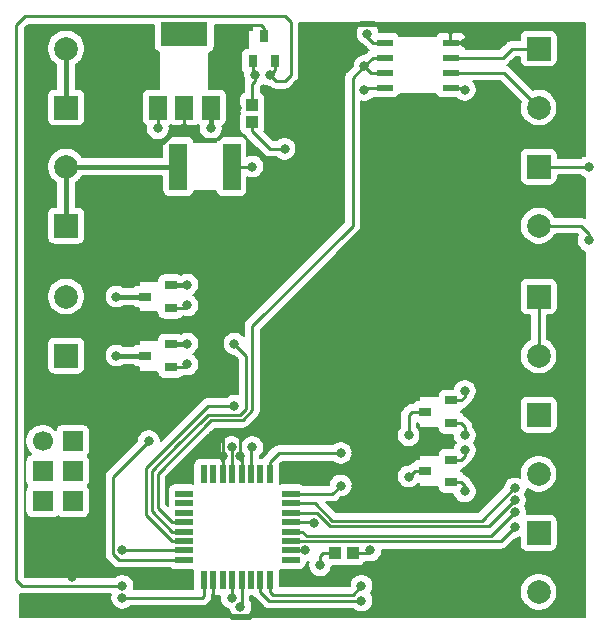
<source format=gbr>
G04 #@! TF.GenerationSoftware,KiCad,Pcbnew,(5.1.2-1)-1*
G04 #@! TF.CreationDate,2019-10-21T00:17:46+03:00*
G04 #@! TF.ProjectId,uaf0,75616630-2e6b-4696-9361-645f70636258,rev?*
G04 #@! TF.SameCoordinates,Original*
G04 #@! TF.FileFunction,Copper,L1,Top*
G04 #@! TF.FilePolarity,Positive*
%FSLAX46Y46*%
G04 Gerber Fmt 4.6, Leading zero omitted, Abs format (unit mm)*
G04 Created by KiCad (PCBNEW (5.1.2-1)-1) date 2019-10-21 00:17:46*
%MOMM*%
%LPD*%
G04 APERTURE LIST*
%ADD10R,1.500000X0.550000*%
%ADD11R,0.550000X1.500000*%
%ADD12R,1.700000X1.700000*%
%ADD13C,1.700000*%
%ADD14R,2.000000X2.000000*%
%ADD15C,2.000000*%
%ADD16R,1.100000X0.800000*%
%ADD17R,1.000000X1.000000*%
%ADD18R,0.800000X1.100000*%
%ADD19R,4.000000X2.000000*%
%ADD20R,1.500000X2.000000*%
%ADD21R,1.500000X4.000000*%
%ADD22R,1.473200X0.609600*%
%ADD23C,0.800000*%
%ADD24C,0.250000*%
%ADD25C,0.450000*%
%ADD26C,0.200000*%
G04 APERTURE END LIST*
D10*
X69000000Y-83700000D03*
X69000000Y-84500000D03*
X69000000Y-85300000D03*
X69000000Y-86100000D03*
X69000000Y-86900000D03*
X69000000Y-87700000D03*
X69000000Y-88500000D03*
X69000000Y-89300000D03*
D11*
X67250000Y-91000000D03*
X66450000Y-91000000D03*
X65650000Y-91000000D03*
X64850000Y-91000000D03*
X64050000Y-91000000D03*
X63250000Y-91000000D03*
X62450000Y-91000000D03*
X61650000Y-91000000D03*
D10*
X59950000Y-89300000D03*
X59950000Y-88500000D03*
X59950000Y-87700000D03*
X59950000Y-86900000D03*
X59950000Y-86100000D03*
X59950000Y-85300000D03*
X59950000Y-84500000D03*
X59950000Y-83700000D03*
D11*
X61650000Y-82000000D03*
X62450000Y-82000000D03*
X63250000Y-82000000D03*
X64050000Y-82000000D03*
X64850000Y-82000000D03*
X65650000Y-82000000D03*
X66450000Y-82000000D03*
X67250000Y-82000000D03*
D12*
X50540000Y-84330000D03*
X50540000Y-81790000D03*
X50540000Y-79250000D03*
X48000000Y-84330000D03*
X48000000Y-81790000D03*
D13*
X48000000Y-79250000D03*
D14*
X90000000Y-67000000D03*
D15*
X90000000Y-72000000D03*
D14*
X90000000Y-46000000D03*
D15*
X90000000Y-51000000D03*
D14*
X90000000Y-56000000D03*
D15*
X90000000Y-61000000D03*
D14*
X90000000Y-87000000D03*
D15*
X90000000Y-92000000D03*
D14*
X90000000Y-77000000D03*
D15*
X90000000Y-82000000D03*
D14*
X50000000Y-72000000D03*
D15*
X50000000Y-67000000D03*
D14*
X50000000Y-61000000D03*
D15*
X50000000Y-56000000D03*
D14*
X50000000Y-51000000D03*
D15*
X50000000Y-46000000D03*
D16*
X56650000Y-72000000D03*
X58850000Y-71050000D03*
X58850000Y-72950000D03*
X56650000Y-67000000D03*
X58850000Y-66050000D03*
X58850000Y-67950000D03*
X80400000Y-76750000D03*
X82600000Y-75800000D03*
X82600000Y-77700000D03*
X80400000Y-81750000D03*
X82600000Y-80800000D03*
X82600000Y-82700000D03*
D17*
X72750000Y-88750000D03*
X74250000Y-88750000D03*
X65750000Y-50750000D03*
X65750000Y-52250000D03*
D18*
X66750000Y-44900000D03*
X67700000Y-47100000D03*
X65800000Y-47100000D03*
D19*
X60000000Y-44750000D03*
D20*
X60000000Y-51000000D03*
X57750000Y-51000000D03*
X62250000Y-51000000D03*
D21*
X64000000Y-56000000D03*
X59500000Y-56000000D03*
D22*
X82544000Y-45500000D03*
X82544000Y-46770000D03*
X82544000Y-48040000D03*
X82544000Y-49310000D03*
X76956000Y-49310000D03*
X76956000Y-48040000D03*
X76956000Y-46770000D03*
X76956000Y-45500000D03*
D23*
X57750000Y-52750000D03*
X65750000Y-56000000D03*
X83750000Y-49500000D03*
X66000000Y-48250000D03*
X83750000Y-80000000D03*
X83750000Y-75000000D03*
X64750000Y-93250000D03*
X64000000Y-79750000D03*
X65750000Y-79750000D03*
X71500000Y-89750000D03*
X62250000Y-52750000D03*
X54250000Y-72000000D03*
X54250000Y-67000000D03*
X60000000Y-52750000D03*
X83750000Y-45500000D03*
X64500000Y-51000000D03*
X74500000Y-80250000D03*
X74500000Y-83000000D03*
X83500000Y-56000000D03*
X83500000Y-61000000D03*
X50500000Y-90750000D03*
X63250000Y-80500000D03*
X64750000Y-80500000D03*
X59750000Y-81762653D03*
X67250000Y-48250000D03*
X54750000Y-91500000D03*
X75000000Y-92750000D03*
X75000000Y-91500000D03*
X60250000Y-71000000D03*
X60250000Y-66000000D03*
X73250000Y-83000000D03*
X88000000Y-83250000D03*
X88000000Y-84250000D03*
X71000000Y-86175000D03*
X88012733Y-85262572D03*
X94250000Y-56000000D03*
X87987347Y-86487347D03*
X94250000Y-62250000D03*
X54750000Y-92500000D03*
X57000000Y-79250000D03*
X54750000Y-88500000D03*
X64250000Y-76250000D03*
X64250000Y-71000000D03*
X75250000Y-47500000D03*
X73250000Y-80250000D03*
X75250000Y-49500000D03*
X75500000Y-44750000D03*
X68500000Y-54500000D03*
X75750000Y-88500000D03*
X79000000Y-82250000D03*
X79000000Y-78750000D03*
X83750000Y-83500000D03*
X83750000Y-78750000D03*
X60250000Y-67750000D03*
X60250000Y-72750000D03*
X70250000Y-88500000D03*
X64000000Y-92500000D03*
D24*
X90000000Y-67000000D02*
X90000000Y-72000000D01*
X57750000Y-51000000D02*
X57750000Y-52750000D01*
X64000000Y-56000000D02*
X65750000Y-56000000D01*
X83560000Y-49310000D02*
X83750000Y-49500000D01*
X82544000Y-49310000D02*
X83560000Y-49310000D01*
X65800000Y-48050000D02*
X66000000Y-48250000D01*
X65800000Y-47100000D02*
X65800000Y-48050000D01*
X65750000Y-50750000D02*
X65750000Y-49000000D01*
X65750000Y-49000000D02*
X66000000Y-48750000D01*
X66000000Y-48750000D02*
X66000000Y-48250000D01*
X82600000Y-80800000D02*
X83450000Y-80800000D01*
X83750000Y-80500000D02*
X83750000Y-80000000D01*
X83450000Y-80800000D02*
X83750000Y-80500000D01*
X82600000Y-75800000D02*
X83450000Y-75800000D01*
X83750000Y-75500000D02*
X83750000Y-75000000D01*
X83450000Y-75800000D02*
X83750000Y-75500000D01*
X64850000Y-93150000D02*
X64750000Y-93250000D01*
X64850000Y-91000000D02*
X64850000Y-93150000D01*
X64000000Y-81950000D02*
X64000000Y-79750000D01*
X64050000Y-82000000D02*
X64000000Y-81950000D01*
X65650000Y-79850000D02*
X65750000Y-79750000D01*
X65650000Y-82000000D02*
X65650000Y-79850000D01*
X71750000Y-88750000D02*
X71500000Y-89000000D01*
X72750000Y-88750000D02*
X71750000Y-88750000D01*
X71500000Y-89000000D02*
X71500000Y-89750000D01*
D25*
X50000000Y-46000000D02*
X50000000Y-51000000D01*
X62250000Y-52750000D02*
X62250000Y-51000000D01*
X56650000Y-72000000D02*
X54250000Y-72000000D01*
X54250000Y-67000000D02*
X56500000Y-67000000D01*
D24*
X74750000Y-44000000D02*
X76250000Y-44000000D01*
X60000000Y-52750000D02*
X60000000Y-51000000D01*
X82544000Y-45500000D02*
X83750000Y-45500000D01*
X60925001Y-53675001D02*
X62824999Y-53675001D01*
X60000000Y-52750000D02*
X60925001Y-53675001D01*
X64500000Y-52000000D02*
X64000000Y-52500000D01*
X64500000Y-51000000D02*
X64500000Y-52000000D01*
X62824999Y-53675001D02*
X64000000Y-52500000D01*
X64500000Y-51000000D02*
X64500000Y-44750000D01*
X64500000Y-44750000D02*
X65250000Y-44000000D01*
X65250000Y-44000000D02*
X66500000Y-44000000D01*
X66500000Y-44000000D02*
X66750000Y-44250000D01*
X66750000Y-44250000D02*
X66750000Y-45000000D01*
X63250000Y-80500000D02*
X63250000Y-81065685D01*
X63250000Y-81065685D02*
X63250000Y-82000000D01*
X64850000Y-80600000D02*
X64750000Y-80500000D01*
X64850000Y-82000000D02*
X64850000Y-80600000D01*
X62450000Y-91000000D02*
X62450000Y-92450000D01*
X63500000Y-94000000D02*
X63750000Y-94000000D01*
X65500000Y-94250000D02*
X65750000Y-94000000D01*
X64000000Y-94250000D02*
X65500000Y-94250000D01*
X63750000Y-94000000D02*
X65750000Y-94000000D01*
X65750000Y-94000000D02*
X66000000Y-94000000D01*
X64000000Y-94250000D02*
X63750000Y-94000000D01*
X63500000Y-78500000D02*
X63250000Y-78750000D01*
X64500000Y-78500000D02*
X63500000Y-78500000D01*
X63250000Y-78750000D02*
X63250000Y-80500000D01*
X64750000Y-78750000D02*
X64500000Y-78500000D01*
X64750000Y-80500000D02*
X64750000Y-78750000D01*
X74750000Y-44000000D02*
X75000000Y-43750000D01*
X75000000Y-43750000D02*
X76000000Y-43750000D01*
X76000000Y-43750000D02*
X76250000Y-44000000D01*
X59434315Y-52750000D02*
X58184315Y-54000000D01*
X60000000Y-52750000D02*
X59434315Y-52750000D01*
X58184315Y-54000000D02*
X57750000Y-54000000D01*
X67700000Y-47800000D02*
X67250000Y-48250000D01*
X67700000Y-47100000D02*
X67700000Y-47800000D01*
X64000000Y-92500000D02*
X64000000Y-91000000D01*
X68500000Y-48750000D02*
X67750000Y-48750000D01*
X69000000Y-48250000D02*
X68500000Y-48750000D01*
X69000000Y-43750000D02*
X69000000Y-48250000D01*
X68500000Y-43250000D02*
X69000000Y-43750000D01*
X46500000Y-43250000D02*
X68500000Y-43250000D01*
X45750000Y-91000000D02*
X45750000Y-44000000D01*
X67750000Y-48750000D02*
X67250000Y-48250000D01*
X45750000Y-44000000D02*
X46500000Y-43250000D01*
X46250000Y-91500000D02*
X45750000Y-91000000D01*
X54750000Y-91500000D02*
X46250000Y-91500000D01*
X66450000Y-92000000D02*
X67200000Y-92750000D01*
X66450000Y-91000000D02*
X66450000Y-92000000D01*
X67200000Y-92750000D02*
X75000000Y-92750000D01*
X67250000Y-92000000D02*
X67500000Y-92250000D01*
X67250000Y-91000000D02*
X67250000Y-92000000D01*
X74250000Y-92250000D02*
X75000000Y-91500000D01*
X67500000Y-92250000D02*
X74250000Y-92250000D01*
D25*
X50000000Y-56000000D02*
X50000000Y-57414213D01*
X50000000Y-57414213D02*
X50000000Y-61250000D01*
X50000000Y-56000000D02*
X58000000Y-56000000D01*
X58000000Y-56000000D02*
X59500000Y-56000000D01*
X60200000Y-71050000D02*
X60250000Y-71000000D01*
X58850000Y-71050000D02*
X60200000Y-71050000D01*
X60200000Y-66050000D02*
X60250000Y-66000000D01*
X58850000Y-66050000D02*
X60200000Y-66050000D01*
D24*
X72550000Y-83700000D02*
X73250000Y-83000000D01*
X69000000Y-83700000D02*
X72550000Y-83700000D01*
X71034412Y-84500000D02*
X72534392Y-85999980D01*
X69000000Y-84500000D02*
X71034412Y-84500000D01*
X87926998Y-83250000D02*
X88000000Y-83250000D01*
X85177018Y-85999980D02*
X87926998Y-83250000D01*
X72534392Y-85999980D02*
X85177018Y-85999980D01*
X71198002Y-85300000D02*
X72347992Y-86449990D01*
X69000000Y-85300000D02*
X71198002Y-85300000D01*
X85800010Y-86449990D02*
X88000000Y-84250000D01*
X84050010Y-86449990D02*
X85800010Y-86449990D01*
X72347992Y-86449990D02*
X84050010Y-86449990D01*
X70925000Y-86100000D02*
X71000000Y-86175000D01*
X69000000Y-86100000D02*
X70925000Y-86100000D01*
X70349990Y-87249990D02*
X86000171Y-87249990D01*
X88000161Y-85250000D02*
X88012733Y-85262572D01*
X70000000Y-86900000D02*
X70349990Y-87249990D01*
X69000000Y-86900000D02*
X70000000Y-86900000D01*
X86000171Y-87249990D02*
X88000161Y-85250000D01*
X94250000Y-56000000D02*
X90000000Y-56000000D01*
X86774694Y-87700000D02*
X87987347Y-86487347D01*
X84050000Y-87700000D02*
X86774694Y-87700000D01*
X69000000Y-87700000D02*
X84050000Y-87700000D01*
X94250000Y-61684315D02*
X94250000Y-62250000D01*
X93565685Y-61000000D02*
X94250000Y-61684315D01*
X90000000Y-61000000D02*
X93565685Y-61000000D01*
X61650000Y-91000000D02*
X61650000Y-92350000D01*
X61650000Y-92350000D02*
X61500000Y-92500000D01*
X61500000Y-92500000D02*
X54750000Y-92500000D01*
X54000000Y-88823002D02*
X54000000Y-82250000D01*
X54476998Y-89300000D02*
X54000000Y-88823002D01*
X54000000Y-82250000D02*
X57000000Y-79250000D01*
X59950000Y-89300000D02*
X54476998Y-89300000D01*
X59950000Y-88500000D02*
X54750000Y-88500000D01*
X63250000Y-76250000D02*
X64250000Y-76250000D01*
X62000000Y-76250000D02*
X63250000Y-76250000D01*
X56750000Y-81500000D02*
X62000000Y-76250000D01*
X56750000Y-85500000D02*
X56750000Y-81500000D01*
X58950000Y-87700000D02*
X56750000Y-85500000D01*
X59950000Y-87700000D02*
X58950000Y-87700000D01*
X58950000Y-86900000D02*
X57250000Y-85200000D01*
X59950000Y-86900000D02*
X58950000Y-86900000D01*
X57250000Y-84250000D02*
X57250000Y-81750000D01*
X57250000Y-85200000D02*
X57250000Y-84250000D01*
X57250000Y-84250000D02*
X57250000Y-84000000D01*
X57250000Y-81750000D02*
X59500000Y-79500000D01*
X59500000Y-79500000D02*
X61500000Y-77500000D01*
X61500000Y-77500000D02*
X62000000Y-77000000D01*
X62000000Y-77000000D02*
X64750000Y-77000000D01*
X64750000Y-77000000D02*
X65250000Y-76500000D01*
X65250000Y-72000000D02*
X64250000Y-71000000D01*
X65250000Y-76500000D02*
X65250000Y-72000000D01*
X75980000Y-46770000D02*
X75250000Y-47500000D01*
X76956000Y-46770000D02*
X75980000Y-46770000D01*
X75790000Y-48040000D02*
X75250000Y-47500000D01*
X76956000Y-48040000D02*
X75790000Y-48040000D01*
X74250000Y-61000000D02*
X74250000Y-48500000D01*
X65750000Y-76636410D02*
X65750000Y-69500000D01*
X62299990Y-77450010D02*
X64936401Y-77450009D01*
X64936401Y-77450009D02*
X65750000Y-76636410D01*
X57750000Y-82000000D02*
X62299990Y-77450010D01*
X74250000Y-48500000D02*
X75250000Y-47500000D01*
X57750000Y-84900000D02*
X57750000Y-82000000D01*
X58950000Y-86100000D02*
X57750000Y-84900000D01*
X65750000Y-69500000D02*
X74250000Y-61000000D01*
X59950000Y-86100000D02*
X58950000Y-86100000D01*
X67250000Y-81000000D02*
X67250000Y-82000000D01*
X68000000Y-80250000D02*
X67250000Y-81000000D01*
X73250000Y-80250000D02*
X68000000Y-80250000D01*
X87750000Y-46000000D02*
X88750000Y-46000000D01*
X86980000Y-46770000D02*
X87750000Y-46000000D01*
X88750000Y-46000000D02*
X90000000Y-46000000D01*
X82544000Y-46770000D02*
X86980000Y-46770000D01*
X87040000Y-48040000D02*
X86540000Y-48040000D01*
X90000000Y-51000000D02*
X87040000Y-48040000D01*
X82544000Y-48040000D02*
X86540000Y-48040000D01*
X75440000Y-49310000D02*
X75250000Y-49500000D01*
X76956000Y-49310000D02*
X75440000Y-49310000D01*
X75969400Y-45500000D02*
X76956000Y-45500000D01*
X75500000Y-45030600D02*
X75969400Y-45500000D01*
X75500000Y-44750000D02*
X75500000Y-45030600D01*
X68500000Y-54500000D02*
X67250000Y-54500000D01*
X67250000Y-54500000D02*
X65750000Y-53000000D01*
X65750000Y-53000000D02*
X65750000Y-52250000D01*
X75500000Y-88750000D02*
X75750000Y-88500000D01*
X74250000Y-88750000D02*
X75500000Y-88750000D01*
X79500000Y-81750000D02*
X79000000Y-82250000D01*
X80400000Y-81750000D02*
X79500000Y-81750000D01*
X79000000Y-78750000D02*
X79000000Y-78184315D01*
X79000000Y-78184315D02*
X79000000Y-77000000D01*
X79000000Y-77000000D02*
X79250000Y-76750000D01*
X79250000Y-76750000D02*
X80500000Y-76750000D01*
X82600000Y-82700000D02*
X83450000Y-82700000D01*
X83450000Y-82700000D02*
X83750000Y-83000000D01*
X83750000Y-83000000D02*
X83750000Y-83500000D01*
X83400000Y-77700000D02*
X83750000Y-78050000D01*
X82600000Y-77700000D02*
X83400000Y-77700000D01*
X83750000Y-78050000D02*
X83750000Y-78750000D01*
X60050000Y-67950000D02*
X60250000Y-67750000D01*
X58850000Y-67950000D02*
X60050000Y-67950000D01*
X60050000Y-72950000D02*
X60250000Y-72750000D01*
X58850000Y-72950000D02*
X60050000Y-72950000D01*
X69000000Y-88500000D02*
X70250000Y-88500000D01*
D26*
G36*
X62473704Y-92084955D02*
G01*
X62475000Y-92086534D01*
X62475000Y-92200000D01*
X62625000Y-92350000D01*
X62725000Y-92352903D01*
X62842621Y-92341318D01*
X62850000Y-92339080D01*
X62857379Y-92341318D01*
X62975000Y-92352903D01*
X63009668Y-92352903D01*
X63000000Y-92401509D01*
X63000000Y-92598491D01*
X63038429Y-92791689D01*
X63113811Y-92973678D01*
X63223249Y-93137463D01*
X63362537Y-93276751D01*
X63526322Y-93386189D01*
X63708311Y-93461571D01*
X63775137Y-93474863D01*
X63788429Y-93541689D01*
X63863811Y-93723678D01*
X63973249Y-93887463D01*
X64112537Y-94026751D01*
X64276322Y-94136189D01*
X64309665Y-94150000D01*
X46100000Y-94150000D01*
X46100000Y-92212120D01*
X46107875Y-92214509D01*
X46214393Y-92225000D01*
X46214403Y-92225000D01*
X46250000Y-92228506D01*
X46285597Y-92225000D01*
X53785109Y-92225000D01*
X53750000Y-92401509D01*
X53750000Y-92598491D01*
X53788429Y-92791689D01*
X53863811Y-92973678D01*
X53973249Y-93137463D01*
X54112537Y-93276751D01*
X54276322Y-93386189D01*
X54458311Y-93461571D01*
X54651509Y-93500000D01*
X54848491Y-93500000D01*
X55041689Y-93461571D01*
X55223678Y-93386189D01*
X55387463Y-93276751D01*
X55439214Y-93225000D01*
X61464403Y-93225000D01*
X61500000Y-93228506D01*
X61535597Y-93225000D01*
X61535607Y-93225000D01*
X61642125Y-93214509D01*
X61778788Y-93173053D01*
X61904737Y-93105731D01*
X62015132Y-93015132D01*
X62037832Y-92987472D01*
X62137472Y-92887832D01*
X62165132Y-92865132D01*
X62255731Y-92754737D01*
X62323053Y-92628788D01*
X62364509Y-92492125D01*
X62375000Y-92385607D01*
X62375000Y-92385598D01*
X62378506Y-92350001D01*
X62375000Y-92314404D01*
X62375000Y-92250000D01*
X62425000Y-92200000D01*
X62425000Y-92086534D01*
X62426296Y-92084955D01*
X62450000Y-92040608D01*
X62473704Y-92084955D01*
X62473704Y-92084955D01*
G37*
X62473704Y-92084955D02*
X62475000Y-92086534D01*
X62475000Y-92200000D01*
X62625000Y-92350000D01*
X62725000Y-92352903D01*
X62842621Y-92341318D01*
X62850000Y-92339080D01*
X62857379Y-92341318D01*
X62975000Y-92352903D01*
X63009668Y-92352903D01*
X63000000Y-92401509D01*
X63000000Y-92598491D01*
X63038429Y-92791689D01*
X63113811Y-92973678D01*
X63223249Y-93137463D01*
X63362537Y-93276751D01*
X63526322Y-93386189D01*
X63708311Y-93461571D01*
X63775137Y-93474863D01*
X63788429Y-93541689D01*
X63863811Y-93723678D01*
X63973249Y-93887463D01*
X64112537Y-94026751D01*
X64276322Y-94136189D01*
X64309665Y-94150000D01*
X46100000Y-94150000D01*
X46100000Y-92212120D01*
X46107875Y-92214509D01*
X46214393Y-92225000D01*
X46214403Y-92225000D01*
X46250000Y-92228506D01*
X46285597Y-92225000D01*
X53785109Y-92225000D01*
X53750000Y-92401509D01*
X53750000Y-92598491D01*
X53788429Y-92791689D01*
X53863811Y-92973678D01*
X53973249Y-93137463D01*
X54112537Y-93276751D01*
X54276322Y-93386189D01*
X54458311Y-93461571D01*
X54651509Y-93500000D01*
X54848491Y-93500000D01*
X55041689Y-93461571D01*
X55223678Y-93386189D01*
X55387463Y-93276751D01*
X55439214Y-93225000D01*
X61464403Y-93225000D01*
X61500000Y-93228506D01*
X61535597Y-93225000D01*
X61535607Y-93225000D01*
X61642125Y-93214509D01*
X61778788Y-93173053D01*
X61904737Y-93105731D01*
X62015132Y-93015132D01*
X62037832Y-92987472D01*
X62137472Y-92887832D01*
X62165132Y-92865132D01*
X62255731Y-92754737D01*
X62323053Y-92628788D01*
X62364509Y-92492125D01*
X62375000Y-92385607D01*
X62375000Y-92385598D01*
X62378506Y-92350001D01*
X62375000Y-92314404D01*
X62375000Y-92250000D01*
X62425000Y-92200000D01*
X62425000Y-92086534D01*
X62426296Y-92084955D01*
X62450000Y-92040608D01*
X62473704Y-92084955D01*
G36*
X93900000Y-55062582D02*
G01*
X93776322Y-55113811D01*
X93612537Y-55223249D01*
X93560786Y-55275000D01*
X91602903Y-55275000D01*
X91602903Y-55000000D01*
X91591318Y-54882379D01*
X91557010Y-54769279D01*
X91501296Y-54665045D01*
X91426317Y-54573683D01*
X91334955Y-54498704D01*
X91230721Y-54442990D01*
X91117621Y-54408682D01*
X91000000Y-54397097D01*
X89000000Y-54397097D01*
X88882379Y-54408682D01*
X88769279Y-54442990D01*
X88665045Y-54498704D01*
X88573683Y-54573683D01*
X88498704Y-54665045D01*
X88442990Y-54769279D01*
X88408682Y-54882379D01*
X88397097Y-55000000D01*
X88397097Y-57000000D01*
X88408682Y-57117621D01*
X88442990Y-57230721D01*
X88498704Y-57334955D01*
X88573683Y-57426317D01*
X88665045Y-57501296D01*
X88769279Y-57557010D01*
X88882379Y-57591318D01*
X89000000Y-57602903D01*
X91000000Y-57602903D01*
X91117621Y-57591318D01*
X91230721Y-57557010D01*
X91334955Y-57501296D01*
X91426317Y-57426317D01*
X91501296Y-57334955D01*
X91557010Y-57230721D01*
X91591318Y-57117621D01*
X91602903Y-57000000D01*
X91602903Y-56725000D01*
X93560786Y-56725000D01*
X93612537Y-56776751D01*
X93776322Y-56886189D01*
X93900000Y-56937418D01*
X93900000Y-60356627D01*
X93844473Y-60326947D01*
X93707810Y-60285491D01*
X93601292Y-60275000D01*
X93601282Y-60275000D01*
X93565685Y-60271494D01*
X93530088Y-60275000D01*
X91431523Y-60275000D01*
X91417902Y-60242116D01*
X91242801Y-59980059D01*
X91019941Y-59757199D01*
X90757884Y-59582098D01*
X90466703Y-59461487D01*
X90157586Y-59400000D01*
X89842414Y-59400000D01*
X89533297Y-59461487D01*
X89242116Y-59582098D01*
X88980059Y-59757199D01*
X88757199Y-59980059D01*
X88582098Y-60242116D01*
X88461487Y-60533297D01*
X88400000Y-60842414D01*
X88400000Y-61157586D01*
X88461487Y-61466703D01*
X88582098Y-61757884D01*
X88757199Y-62019941D01*
X88980059Y-62242801D01*
X89242116Y-62417902D01*
X89533297Y-62538513D01*
X89842414Y-62600000D01*
X90157586Y-62600000D01*
X90466703Y-62538513D01*
X90757884Y-62417902D01*
X91019941Y-62242801D01*
X91242801Y-62019941D01*
X91417902Y-61757884D01*
X91431523Y-61725000D01*
X93265381Y-61725000D01*
X93350013Y-61809633D01*
X93288429Y-61958311D01*
X93250000Y-62151509D01*
X93250000Y-62348491D01*
X93288429Y-62541689D01*
X93363811Y-62723678D01*
X93473249Y-62887463D01*
X93612537Y-63026751D01*
X93776322Y-63136189D01*
X93900000Y-63187418D01*
X93900000Y-94150000D01*
X65190335Y-94150000D01*
X65223678Y-94136189D01*
X65387463Y-94026751D01*
X65526751Y-93887463D01*
X65636189Y-93723678D01*
X65711571Y-93541689D01*
X65750000Y-93348491D01*
X65750000Y-93151509D01*
X65711571Y-92958311D01*
X65636189Y-92776322D01*
X65575000Y-92684746D01*
X65575000Y-92352903D01*
X65816563Y-92352903D01*
X65844269Y-92404736D01*
X65912170Y-92487474D01*
X65912173Y-92487477D01*
X65934869Y-92515132D01*
X65962523Y-92537827D01*
X66662172Y-93237477D01*
X66684868Y-93265132D01*
X66712523Y-93287828D01*
X66712525Y-93287830D01*
X66786441Y-93348491D01*
X66795263Y-93355731D01*
X66921212Y-93423053D01*
X67057875Y-93464509D01*
X67164393Y-93475000D01*
X67164402Y-93475000D01*
X67199999Y-93478506D01*
X67235596Y-93475000D01*
X74310786Y-93475000D01*
X74362537Y-93526751D01*
X74526322Y-93636189D01*
X74708311Y-93711571D01*
X74901509Y-93750000D01*
X75098491Y-93750000D01*
X75291689Y-93711571D01*
X75473678Y-93636189D01*
X75637463Y-93526751D01*
X75776751Y-93387463D01*
X75886189Y-93223678D01*
X75961571Y-93041689D01*
X76000000Y-92848491D01*
X76000000Y-92651509D01*
X75961571Y-92458311D01*
X75886189Y-92276322D01*
X75785079Y-92125000D01*
X75886189Y-91973678D01*
X75940560Y-91842414D01*
X88400000Y-91842414D01*
X88400000Y-92157586D01*
X88461487Y-92466703D01*
X88582098Y-92757884D01*
X88757199Y-93019941D01*
X88980059Y-93242801D01*
X89242116Y-93417902D01*
X89533297Y-93538513D01*
X89842414Y-93600000D01*
X90157586Y-93600000D01*
X90466703Y-93538513D01*
X90757884Y-93417902D01*
X91019941Y-93242801D01*
X91242801Y-93019941D01*
X91417902Y-92757884D01*
X91538513Y-92466703D01*
X91600000Y-92157586D01*
X91600000Y-91842414D01*
X91538513Y-91533297D01*
X91417902Y-91242116D01*
X91242801Y-90980059D01*
X91019941Y-90757199D01*
X90757884Y-90582098D01*
X90466703Y-90461487D01*
X90157586Y-90400000D01*
X89842414Y-90400000D01*
X89533297Y-90461487D01*
X89242116Y-90582098D01*
X88980059Y-90757199D01*
X88757199Y-90980059D01*
X88582098Y-91242116D01*
X88461487Y-91533297D01*
X88400000Y-91842414D01*
X75940560Y-91842414D01*
X75961571Y-91791689D01*
X76000000Y-91598491D01*
X76000000Y-91401509D01*
X75961571Y-91208311D01*
X75886189Y-91026322D01*
X75776751Y-90862537D01*
X75637463Y-90723249D01*
X75473678Y-90613811D01*
X75291689Y-90538429D01*
X75098491Y-90500000D01*
X74901509Y-90500000D01*
X74708311Y-90538429D01*
X74526322Y-90613811D01*
X74362537Y-90723249D01*
X74223249Y-90862537D01*
X74113811Y-91026322D01*
X74038429Y-91208311D01*
X74000000Y-91401509D01*
X74000000Y-91474696D01*
X73949696Y-91525000D01*
X68127903Y-91525000D01*
X68127903Y-90250000D01*
X68119269Y-90162341D01*
X68132379Y-90166318D01*
X68250000Y-90177903D01*
X69750000Y-90177903D01*
X69867621Y-90166318D01*
X69980721Y-90132010D01*
X70084955Y-90076296D01*
X70176317Y-90001317D01*
X70251296Y-89909955D01*
X70307010Y-89805721D01*
X70341318Y-89692621D01*
X70352903Y-89575000D01*
X70352903Y-89499122D01*
X70537620Y-89462380D01*
X70500000Y-89651509D01*
X70500000Y-89848491D01*
X70538429Y-90041689D01*
X70613811Y-90223678D01*
X70723249Y-90387463D01*
X70862537Y-90526751D01*
X71026322Y-90636189D01*
X71208311Y-90711571D01*
X71401509Y-90750000D01*
X71598491Y-90750000D01*
X71791689Y-90711571D01*
X71973678Y-90636189D01*
X72137463Y-90526751D01*
X72276751Y-90387463D01*
X72386189Y-90223678D01*
X72461571Y-90041689D01*
X72499122Y-89852903D01*
X73250000Y-89852903D01*
X73367621Y-89841318D01*
X73480721Y-89807010D01*
X73500000Y-89796705D01*
X73519279Y-89807010D01*
X73632379Y-89841318D01*
X73750000Y-89852903D01*
X74750000Y-89852903D01*
X74867621Y-89841318D01*
X74980721Y-89807010D01*
X75084955Y-89751296D01*
X75176317Y-89676317D01*
X75251296Y-89584955D01*
X75307010Y-89480721D01*
X75308745Y-89475000D01*
X75464403Y-89475000D01*
X75500000Y-89478506D01*
X75529061Y-89475644D01*
X75651509Y-89500000D01*
X75848491Y-89500000D01*
X76041689Y-89461571D01*
X76223678Y-89386189D01*
X76387463Y-89276751D01*
X76526751Y-89137463D01*
X76636189Y-88973678D01*
X76711571Y-88791689D01*
X76750000Y-88598491D01*
X76750000Y-88425000D01*
X86739097Y-88425000D01*
X86774694Y-88428506D01*
X86810291Y-88425000D01*
X86810301Y-88425000D01*
X86916819Y-88414509D01*
X87053482Y-88373053D01*
X87179431Y-88305731D01*
X87289826Y-88215132D01*
X87312526Y-88187472D01*
X88012652Y-87487347D01*
X88085838Y-87487347D01*
X88279036Y-87448918D01*
X88397097Y-87400016D01*
X88397097Y-88000000D01*
X88408682Y-88117621D01*
X88442990Y-88230721D01*
X88498704Y-88334955D01*
X88573683Y-88426317D01*
X88665045Y-88501296D01*
X88769279Y-88557010D01*
X88882379Y-88591318D01*
X89000000Y-88602903D01*
X91000000Y-88602903D01*
X91117621Y-88591318D01*
X91230721Y-88557010D01*
X91334955Y-88501296D01*
X91426317Y-88426317D01*
X91501296Y-88334955D01*
X91557010Y-88230721D01*
X91591318Y-88117621D01*
X91602903Y-88000000D01*
X91602903Y-86000000D01*
X91591318Y-85882379D01*
X91557010Y-85769279D01*
X91501296Y-85665045D01*
X91426317Y-85573683D01*
X91334955Y-85498704D01*
X91230721Y-85442990D01*
X91117621Y-85408682D01*
X91000000Y-85397097D01*
X89005565Y-85397097D01*
X89012733Y-85361063D01*
X89012733Y-85164081D01*
X88974304Y-84970883D01*
X88898922Y-84788894D01*
X88870767Y-84746758D01*
X88886189Y-84723678D01*
X88961571Y-84541689D01*
X89000000Y-84348491D01*
X89000000Y-84151509D01*
X88961571Y-83958311D01*
X88886189Y-83776322D01*
X88868601Y-83750000D01*
X88886189Y-83723678D01*
X88961571Y-83541689D01*
X89000000Y-83348491D01*
X89000000Y-83256125D01*
X89242116Y-83417902D01*
X89533297Y-83538513D01*
X89842414Y-83600000D01*
X90157586Y-83600000D01*
X90466703Y-83538513D01*
X90757884Y-83417902D01*
X91019941Y-83242801D01*
X91242801Y-83019941D01*
X91417902Y-82757884D01*
X91538513Y-82466703D01*
X91600000Y-82157586D01*
X91600000Y-81842414D01*
X91538513Y-81533297D01*
X91417902Y-81242116D01*
X91242801Y-80980059D01*
X91019941Y-80757199D01*
X90757884Y-80582098D01*
X90466703Y-80461487D01*
X90157586Y-80400000D01*
X89842414Y-80400000D01*
X89533297Y-80461487D01*
X89242116Y-80582098D01*
X88980059Y-80757199D01*
X88757199Y-80980059D01*
X88582098Y-81242116D01*
X88461487Y-81533297D01*
X88400000Y-81842414D01*
X88400000Y-82157586D01*
X88438088Y-82349069D01*
X88291689Y-82288429D01*
X88098491Y-82250000D01*
X87901509Y-82250000D01*
X87708311Y-82288429D01*
X87526322Y-82363811D01*
X87362537Y-82473249D01*
X87223249Y-82612537D01*
X87113811Y-82776322D01*
X87038429Y-82958311D01*
X87000000Y-83151509D01*
X87000000Y-83151693D01*
X84876714Y-85274980D01*
X72834697Y-85274980D01*
X71984716Y-84425000D01*
X72514403Y-84425000D01*
X72550000Y-84428506D01*
X72585597Y-84425000D01*
X72585607Y-84425000D01*
X72692125Y-84414509D01*
X72828788Y-84373053D01*
X72954737Y-84305731D01*
X73065132Y-84215132D01*
X73087832Y-84187472D01*
X73275304Y-84000000D01*
X73348491Y-84000000D01*
X73541689Y-83961571D01*
X73723678Y-83886189D01*
X73887463Y-83776751D01*
X74026751Y-83637463D01*
X74136189Y-83473678D01*
X74211571Y-83291689D01*
X74250000Y-83098491D01*
X74250000Y-82901509D01*
X74211571Y-82708311D01*
X74136189Y-82526322D01*
X74026751Y-82362537D01*
X73887463Y-82223249D01*
X73723678Y-82113811D01*
X73541689Y-82038429D01*
X73348491Y-82000000D01*
X73151509Y-82000000D01*
X72958311Y-82038429D01*
X72776322Y-82113811D01*
X72612537Y-82223249D01*
X72473249Y-82362537D01*
X72363811Y-82526322D01*
X72288429Y-82708311D01*
X72250000Y-82901509D01*
X72250000Y-82974696D01*
X72249696Y-82975000D01*
X70147459Y-82975000D01*
X70084955Y-82923704D01*
X69980721Y-82867990D01*
X69867621Y-82833682D01*
X69750000Y-82822097D01*
X68250000Y-82822097D01*
X68132379Y-82833682D01*
X68119269Y-82837659D01*
X68127903Y-82750000D01*
X68127903Y-81250000D01*
X68118704Y-81156601D01*
X68300305Y-80975000D01*
X72560786Y-80975000D01*
X72612537Y-81026751D01*
X72776322Y-81136189D01*
X72958311Y-81211571D01*
X73151509Y-81250000D01*
X73348491Y-81250000D01*
X73541689Y-81211571D01*
X73723678Y-81136189D01*
X73887463Y-81026751D01*
X74026751Y-80887463D01*
X74136189Y-80723678D01*
X74211571Y-80541689D01*
X74250000Y-80348491D01*
X74250000Y-80151509D01*
X74211571Y-79958311D01*
X74136189Y-79776322D01*
X74026751Y-79612537D01*
X73887463Y-79473249D01*
X73723678Y-79363811D01*
X73541689Y-79288429D01*
X73348491Y-79250000D01*
X73151509Y-79250000D01*
X72958311Y-79288429D01*
X72776322Y-79363811D01*
X72612537Y-79473249D01*
X72560786Y-79525000D01*
X68035596Y-79525000D01*
X67999999Y-79521494D01*
X67964402Y-79525000D01*
X67964393Y-79525000D01*
X67857875Y-79535491D01*
X67740118Y-79571212D01*
X67721212Y-79576947D01*
X67595263Y-79644269D01*
X67512525Y-79712170D01*
X67512523Y-79712172D01*
X67484868Y-79734868D01*
X67462172Y-79762523D01*
X66762524Y-80462172D01*
X66734868Y-80484869D01*
X66712172Y-80512524D01*
X66712170Y-80512526D01*
X66693229Y-80535606D01*
X66644269Y-80595264D01*
X66616563Y-80647097D01*
X66375000Y-80647097D01*
X66375000Y-80535079D01*
X66387463Y-80526751D01*
X66526751Y-80387463D01*
X66636189Y-80223678D01*
X66711571Y-80041689D01*
X66750000Y-79848491D01*
X66750000Y-79651509D01*
X66711571Y-79458311D01*
X66636189Y-79276322D01*
X66526751Y-79112537D01*
X66387463Y-78973249D01*
X66223678Y-78863811D01*
X66041689Y-78788429D01*
X65848491Y-78750000D01*
X65651509Y-78750000D01*
X65458311Y-78788429D01*
X65276322Y-78863811D01*
X65112537Y-78973249D01*
X64973249Y-79112537D01*
X64875000Y-79259577D01*
X64776751Y-79112537D01*
X64637463Y-78973249D01*
X64473678Y-78863811D01*
X64291689Y-78788429D01*
X64098491Y-78750000D01*
X63901509Y-78750000D01*
X63708311Y-78788429D01*
X63526322Y-78863811D01*
X63362537Y-78973249D01*
X63223249Y-79112537D01*
X63113811Y-79276322D01*
X63038429Y-79458311D01*
X63000000Y-79651509D01*
X63000000Y-79848491D01*
X63038429Y-80041689D01*
X63113811Y-80223678D01*
X63223249Y-80387463D01*
X63275001Y-80439215D01*
X63275001Y-80799999D01*
X63275000Y-80800000D01*
X63275000Y-80913466D01*
X63273704Y-80915045D01*
X63250000Y-80959392D01*
X63226296Y-80915045D01*
X63225000Y-80913466D01*
X63225000Y-80800000D01*
X63075000Y-80650000D01*
X62975000Y-80647097D01*
X62857379Y-80658682D01*
X62850000Y-80660920D01*
X62842621Y-80658682D01*
X62725000Y-80647097D01*
X62175000Y-80647097D01*
X62057379Y-80658682D01*
X62050000Y-80660920D01*
X62042621Y-80658682D01*
X61925000Y-80647097D01*
X61375000Y-80647097D01*
X61257379Y-80658682D01*
X61144279Y-80692990D01*
X61040045Y-80748704D01*
X60948683Y-80823683D01*
X60873704Y-80915045D01*
X60817990Y-81019279D01*
X60783682Y-81132379D01*
X60772097Y-81250000D01*
X60772097Y-82750000D01*
X60779974Y-82829974D01*
X60700000Y-82822097D01*
X59200000Y-82822097D01*
X59082379Y-82833682D01*
X58969279Y-82867990D01*
X58865045Y-82923704D01*
X58773683Y-82998683D01*
X58698704Y-83090045D01*
X58642990Y-83194279D01*
X58608682Y-83307379D01*
X58597097Y-83425000D01*
X58597097Y-83975000D01*
X58608682Y-84092621D01*
X58610920Y-84100000D01*
X58608682Y-84107379D01*
X58597097Y-84225000D01*
X58597097Y-84721793D01*
X58475000Y-84599696D01*
X58475000Y-82300304D01*
X62123795Y-78651509D01*
X78000000Y-78651509D01*
X78000000Y-78848491D01*
X78038429Y-79041689D01*
X78113811Y-79223678D01*
X78223249Y-79387463D01*
X78362537Y-79526751D01*
X78526322Y-79636189D01*
X78708311Y-79711571D01*
X78901509Y-79750000D01*
X79098491Y-79750000D01*
X79291689Y-79711571D01*
X79473678Y-79636189D01*
X79637463Y-79526751D01*
X79776751Y-79387463D01*
X79886189Y-79223678D01*
X79961571Y-79041689D01*
X80000000Y-78848491D01*
X80000000Y-78651509D01*
X79961571Y-78458311D01*
X79886189Y-78276322D01*
X79776751Y-78112537D01*
X79725000Y-78060786D01*
X79725000Y-77739080D01*
X79732379Y-77741318D01*
X79850000Y-77752903D01*
X79900000Y-77752903D01*
X79900000Y-78000000D01*
X79901921Y-78019509D01*
X79907612Y-78038268D01*
X79916853Y-78055557D01*
X79929289Y-78070711D01*
X79944443Y-78083147D01*
X79961732Y-78092388D01*
X79980491Y-78098079D01*
X80000000Y-78100000D01*
X81447097Y-78100000D01*
X81458682Y-78217621D01*
X81492990Y-78330721D01*
X81548704Y-78434955D01*
X81623683Y-78526317D01*
X81715045Y-78601296D01*
X81819279Y-78657010D01*
X81932379Y-78691318D01*
X82050000Y-78702903D01*
X82750000Y-78702903D01*
X82750000Y-78848491D01*
X82788429Y-79041689D01*
X82863811Y-79223678D01*
X82964921Y-79375000D01*
X82863811Y-79526322D01*
X82788429Y-79708311D01*
X82770769Y-79797097D01*
X82050000Y-79797097D01*
X81932379Y-79808682D01*
X81819279Y-79842990D01*
X81715045Y-79898704D01*
X81623683Y-79973683D01*
X81548704Y-80065045D01*
X81492990Y-80169279D01*
X81458682Y-80282379D01*
X81447097Y-80400000D01*
X80000000Y-80400000D01*
X79980491Y-80401921D01*
X79961732Y-80407612D01*
X79944443Y-80416853D01*
X79929289Y-80429289D01*
X79916853Y-80444443D01*
X79907612Y-80461732D01*
X79901921Y-80480491D01*
X79900000Y-80500000D01*
X79900000Y-80747097D01*
X79850000Y-80747097D01*
X79732379Y-80758682D01*
X79619279Y-80792990D01*
X79515045Y-80848704D01*
X79423683Y-80923683D01*
X79348704Y-81015045D01*
X79333886Y-81042768D01*
X79221212Y-81076947D01*
X79095263Y-81144269D01*
X79012525Y-81212170D01*
X79012523Y-81212172D01*
X78984868Y-81234868D01*
X78972449Y-81250000D01*
X78901509Y-81250000D01*
X78708311Y-81288429D01*
X78526322Y-81363811D01*
X78362537Y-81473249D01*
X78223249Y-81612537D01*
X78113811Y-81776322D01*
X78038429Y-81958311D01*
X78000000Y-82151509D01*
X78000000Y-82348491D01*
X78038429Y-82541689D01*
X78113811Y-82723678D01*
X78223249Y-82887463D01*
X78362537Y-83026751D01*
X78526322Y-83136189D01*
X78708311Y-83211571D01*
X78901509Y-83250000D01*
X79098491Y-83250000D01*
X79291689Y-83211571D01*
X79473678Y-83136189D01*
X79637463Y-83026751D01*
X79776751Y-82887463D01*
X79866661Y-82752903D01*
X79900000Y-82752903D01*
X79900000Y-83000000D01*
X79901921Y-83019509D01*
X79907612Y-83038268D01*
X79916853Y-83055557D01*
X79929289Y-83070711D01*
X79944443Y-83083147D01*
X79961732Y-83092388D01*
X79980491Y-83098079D01*
X80000000Y-83100000D01*
X81447097Y-83100000D01*
X81458682Y-83217621D01*
X81492990Y-83330721D01*
X81548704Y-83434955D01*
X81623683Y-83526317D01*
X81715045Y-83601296D01*
X81819279Y-83657010D01*
X81932379Y-83691318D01*
X82050000Y-83702903D01*
X82770769Y-83702903D01*
X82788429Y-83791689D01*
X82863811Y-83973678D01*
X82973249Y-84137463D01*
X83112537Y-84276751D01*
X83276322Y-84386189D01*
X83458311Y-84461571D01*
X83651509Y-84500000D01*
X83848491Y-84500000D01*
X84041689Y-84461571D01*
X84223678Y-84386189D01*
X84387463Y-84276751D01*
X84526751Y-84137463D01*
X84636189Y-83973678D01*
X84711571Y-83791689D01*
X84750000Y-83598491D01*
X84750000Y-83401509D01*
X84711571Y-83208311D01*
X84636189Y-83026322D01*
X84526751Y-82862537D01*
X84439437Y-82775223D01*
X84423053Y-82721212D01*
X84355731Y-82595263D01*
X84295190Y-82521494D01*
X84287830Y-82512526D01*
X84287828Y-82512524D01*
X84265131Y-82484868D01*
X84237476Y-82462172D01*
X83987832Y-82212528D01*
X83965132Y-82184868D01*
X83854737Y-82094269D01*
X83728788Y-82026947D01*
X83675790Y-82010870D01*
X83651296Y-81965045D01*
X83576317Y-81873683D01*
X83484955Y-81798704D01*
X83393836Y-81750000D01*
X83484955Y-81701296D01*
X83576317Y-81626317D01*
X83651296Y-81534955D01*
X83675790Y-81489130D01*
X83728788Y-81473053D01*
X83854737Y-81405731D01*
X83965132Y-81315132D01*
X83987832Y-81287472D01*
X84237476Y-81037828D01*
X84265131Y-81015132D01*
X84289969Y-80984868D01*
X84347271Y-80915045D01*
X84355731Y-80904737D01*
X84423053Y-80778788D01*
X84439437Y-80724777D01*
X84526751Y-80637463D01*
X84636189Y-80473678D01*
X84711571Y-80291689D01*
X84750000Y-80098491D01*
X84750000Y-79901509D01*
X84711571Y-79708311D01*
X84636189Y-79526322D01*
X84535079Y-79375000D01*
X84636189Y-79223678D01*
X84711571Y-79041689D01*
X84750000Y-78848491D01*
X84750000Y-78651509D01*
X84711571Y-78458311D01*
X84636189Y-78276322D01*
X84526751Y-78112537D01*
X84477225Y-78063011D01*
X84478506Y-78050000D01*
X84475000Y-78014403D01*
X84475000Y-78014393D01*
X84464509Y-77907875D01*
X84423053Y-77771212D01*
X84355731Y-77645263D01*
X84265131Y-77534868D01*
X84237476Y-77512172D01*
X83937832Y-77212528D01*
X83915132Y-77184868D01*
X83804737Y-77094269D01*
X83686621Y-77031134D01*
X83651296Y-76965045D01*
X83576317Y-76873683D01*
X83484955Y-76798704D01*
X83393836Y-76750000D01*
X83484955Y-76701296D01*
X83576317Y-76626317D01*
X83651296Y-76534955D01*
X83675790Y-76489130D01*
X83728788Y-76473053D01*
X83854737Y-76405731D01*
X83965132Y-76315132D01*
X83987832Y-76287472D01*
X84237476Y-76037828D01*
X84265131Y-76015132D01*
X84277550Y-76000000D01*
X88397097Y-76000000D01*
X88397097Y-78000000D01*
X88408682Y-78117621D01*
X88442990Y-78230721D01*
X88498704Y-78334955D01*
X88573683Y-78426317D01*
X88665045Y-78501296D01*
X88769279Y-78557010D01*
X88882379Y-78591318D01*
X89000000Y-78602903D01*
X91000000Y-78602903D01*
X91117621Y-78591318D01*
X91230721Y-78557010D01*
X91334955Y-78501296D01*
X91426317Y-78426317D01*
X91501296Y-78334955D01*
X91557010Y-78230721D01*
X91591318Y-78117621D01*
X91602903Y-78000000D01*
X91602903Y-76000000D01*
X91591318Y-75882379D01*
X91557010Y-75769279D01*
X91501296Y-75665045D01*
X91426317Y-75573683D01*
X91334955Y-75498704D01*
X91230721Y-75442990D01*
X91117621Y-75408682D01*
X91000000Y-75397097D01*
X89000000Y-75397097D01*
X88882379Y-75408682D01*
X88769279Y-75442990D01*
X88665045Y-75498704D01*
X88573683Y-75573683D01*
X88498704Y-75665045D01*
X88442990Y-75769279D01*
X88408682Y-75882379D01*
X88397097Y-76000000D01*
X84277550Y-76000000D01*
X84289969Y-75984868D01*
X84340182Y-75923683D01*
X84355731Y-75904737D01*
X84423053Y-75778788D01*
X84439437Y-75724777D01*
X84526751Y-75637463D01*
X84636189Y-75473678D01*
X84711571Y-75291689D01*
X84750000Y-75098491D01*
X84750000Y-74901509D01*
X84711571Y-74708311D01*
X84636189Y-74526322D01*
X84526751Y-74362537D01*
X84387463Y-74223249D01*
X84223678Y-74113811D01*
X84041689Y-74038429D01*
X83848491Y-74000000D01*
X83651509Y-74000000D01*
X83458311Y-74038429D01*
X83276322Y-74113811D01*
X83112537Y-74223249D01*
X82973249Y-74362537D01*
X82863811Y-74526322D01*
X82788429Y-74708311D01*
X82770769Y-74797097D01*
X82050000Y-74797097D01*
X81932379Y-74808682D01*
X81819279Y-74842990D01*
X81715045Y-74898704D01*
X81623683Y-74973683D01*
X81548704Y-75065045D01*
X81492990Y-75169279D01*
X81458682Y-75282379D01*
X81447097Y-75400000D01*
X80000000Y-75400000D01*
X79980491Y-75401921D01*
X79961732Y-75407612D01*
X79944443Y-75416853D01*
X79929289Y-75429289D01*
X79916853Y-75444443D01*
X79907612Y-75461732D01*
X79901921Y-75480491D01*
X79900000Y-75500000D01*
X79900000Y-75747097D01*
X79850000Y-75747097D01*
X79732379Y-75758682D01*
X79619279Y-75792990D01*
X79515045Y-75848704D01*
X79423683Y-75923683D01*
X79348704Y-76015045D01*
X79343383Y-76025000D01*
X79285596Y-76025000D01*
X79249999Y-76021494D01*
X79214402Y-76025000D01*
X79214393Y-76025000D01*
X79107875Y-76035491D01*
X78971212Y-76076947D01*
X78845263Y-76144269D01*
X78734868Y-76234868D01*
X78712168Y-76262528D01*
X78512524Y-76462172D01*
X78484869Y-76484868D01*
X78462173Y-76512523D01*
X78462170Y-76512526D01*
X78394269Y-76595264D01*
X78326947Y-76721213D01*
X78307449Y-76785492D01*
X78285492Y-76857875D01*
X78279846Y-76915197D01*
X78271494Y-77000000D01*
X78275001Y-77035607D01*
X78275000Y-78060786D01*
X78223249Y-78112537D01*
X78113811Y-78276322D01*
X78038429Y-78458311D01*
X78000000Y-78651509D01*
X62123795Y-78651509D01*
X62600295Y-78175010D01*
X64900794Y-78175008D01*
X64936401Y-78178515D01*
X65030176Y-78169279D01*
X65078526Y-78164517D01*
X65130642Y-78148708D01*
X65215188Y-78123062D01*
X65341137Y-78055740D01*
X65423875Y-77987839D01*
X65423878Y-77987836D01*
X65451533Y-77965140D01*
X65474229Y-77937485D01*
X66237482Y-77174233D01*
X66265131Y-77151542D01*
X66287823Y-77123892D01*
X66287830Y-77123885D01*
X66355731Y-77041147D01*
X66423053Y-76915198D01*
X66440441Y-76857876D01*
X66464509Y-76778535D01*
X66475000Y-76672017D01*
X66475000Y-76672007D01*
X66478506Y-76636410D01*
X66475000Y-76600813D01*
X66475000Y-69800304D01*
X70275304Y-66000000D01*
X88397097Y-66000000D01*
X88397097Y-68000000D01*
X88408682Y-68117621D01*
X88442990Y-68230721D01*
X88498704Y-68334955D01*
X88573683Y-68426317D01*
X88665045Y-68501296D01*
X88769279Y-68557010D01*
X88882379Y-68591318D01*
X89000000Y-68602903D01*
X89275000Y-68602903D01*
X89275001Y-70568477D01*
X89242116Y-70582098D01*
X88980059Y-70757199D01*
X88757199Y-70980059D01*
X88582098Y-71242116D01*
X88461487Y-71533297D01*
X88400000Y-71842414D01*
X88400000Y-72157586D01*
X88461487Y-72466703D01*
X88582098Y-72757884D01*
X88757199Y-73019941D01*
X88980059Y-73242801D01*
X89242116Y-73417902D01*
X89533297Y-73538513D01*
X89842414Y-73600000D01*
X90157586Y-73600000D01*
X90466703Y-73538513D01*
X90757884Y-73417902D01*
X91019941Y-73242801D01*
X91242801Y-73019941D01*
X91417902Y-72757884D01*
X91538513Y-72466703D01*
X91600000Y-72157586D01*
X91600000Y-71842414D01*
X91538513Y-71533297D01*
X91417902Y-71242116D01*
X91242801Y-70980059D01*
X91019941Y-70757199D01*
X90757884Y-70582098D01*
X90725000Y-70568477D01*
X90725000Y-68602903D01*
X91000000Y-68602903D01*
X91117621Y-68591318D01*
X91230721Y-68557010D01*
X91334955Y-68501296D01*
X91426317Y-68426317D01*
X91501296Y-68334955D01*
X91557010Y-68230721D01*
X91591318Y-68117621D01*
X91602903Y-68000000D01*
X91602903Y-66000000D01*
X91591318Y-65882379D01*
X91557010Y-65769279D01*
X91501296Y-65665045D01*
X91426317Y-65573683D01*
X91334955Y-65498704D01*
X91230721Y-65442990D01*
X91117621Y-65408682D01*
X91000000Y-65397097D01*
X89000000Y-65397097D01*
X88882379Y-65408682D01*
X88769279Y-65442990D01*
X88665045Y-65498704D01*
X88573683Y-65573683D01*
X88498704Y-65665045D01*
X88442990Y-65769279D01*
X88408682Y-65882379D01*
X88397097Y-66000000D01*
X70275304Y-66000000D01*
X74737482Y-61537823D01*
X74765131Y-61515132D01*
X74787823Y-61487482D01*
X74787830Y-61487475D01*
X74855731Y-61404737D01*
X74923053Y-61278788D01*
X74923053Y-61278787D01*
X74964509Y-61142125D01*
X74975000Y-61035607D01*
X74975000Y-61035598D01*
X74978506Y-61000001D01*
X74975000Y-60964404D01*
X74975000Y-50464891D01*
X75151509Y-50500000D01*
X75348491Y-50500000D01*
X75541689Y-50461571D01*
X75723678Y-50386189D01*
X75887463Y-50276751D01*
X75991537Y-50172677D01*
X76101779Y-50206118D01*
X76219400Y-50217703D01*
X77692600Y-50217703D01*
X77810221Y-50206118D01*
X77923321Y-50171810D01*
X78027555Y-50116096D01*
X78118917Y-50041117D01*
X78193896Y-49949755D01*
X78247216Y-49850000D01*
X81252784Y-49850000D01*
X81306104Y-49949755D01*
X81381083Y-50041117D01*
X81472445Y-50116096D01*
X81576679Y-50171810D01*
X81689779Y-50206118D01*
X81807400Y-50217703D01*
X83053489Y-50217703D01*
X83112537Y-50276751D01*
X83276322Y-50386189D01*
X83458311Y-50461571D01*
X83651509Y-50500000D01*
X83848491Y-50500000D01*
X84041689Y-50461571D01*
X84223678Y-50386189D01*
X84387463Y-50276751D01*
X84526751Y-50137463D01*
X84636189Y-49973678D01*
X84711571Y-49791689D01*
X84750000Y-49598491D01*
X84750000Y-49401509D01*
X84711571Y-49208311D01*
X84636189Y-49026322D01*
X84526751Y-48862537D01*
X84429214Y-48765000D01*
X86739696Y-48765000D01*
X88475108Y-50500413D01*
X88461487Y-50533297D01*
X88400000Y-50842414D01*
X88400000Y-51157586D01*
X88461487Y-51466703D01*
X88582098Y-51757884D01*
X88757199Y-52019941D01*
X88980059Y-52242801D01*
X89242116Y-52417902D01*
X89533297Y-52538513D01*
X89842414Y-52600000D01*
X90157586Y-52600000D01*
X90466703Y-52538513D01*
X90757884Y-52417902D01*
X91019941Y-52242801D01*
X91242801Y-52019941D01*
X91417902Y-51757884D01*
X91538513Y-51466703D01*
X91600000Y-51157586D01*
X91600000Y-50842414D01*
X91538513Y-50533297D01*
X91417902Y-50242116D01*
X91242801Y-49980059D01*
X91019941Y-49757199D01*
X90757884Y-49582098D01*
X90466703Y-49461487D01*
X90157586Y-49400000D01*
X89842414Y-49400000D01*
X89533297Y-49461487D01*
X89500413Y-49475108D01*
X87577832Y-47552528D01*
X87555132Y-47524868D01*
X87444737Y-47434269D01*
X87359979Y-47388964D01*
X87384737Y-47375731D01*
X87495132Y-47285132D01*
X87517832Y-47257472D01*
X88050305Y-46725000D01*
X88397097Y-46725000D01*
X88397097Y-47000000D01*
X88408682Y-47117621D01*
X88442990Y-47230721D01*
X88498704Y-47334955D01*
X88573683Y-47426317D01*
X88665045Y-47501296D01*
X88769279Y-47557010D01*
X88882379Y-47591318D01*
X89000000Y-47602903D01*
X91000000Y-47602903D01*
X91117621Y-47591318D01*
X91230721Y-47557010D01*
X91334955Y-47501296D01*
X91426317Y-47426317D01*
X91501296Y-47334955D01*
X91557010Y-47230721D01*
X91591318Y-47117621D01*
X91602903Y-47000000D01*
X91602903Y-45000000D01*
X91591318Y-44882379D01*
X91557010Y-44769279D01*
X91501296Y-44665045D01*
X91426317Y-44573683D01*
X91334955Y-44498704D01*
X91230721Y-44442990D01*
X91117621Y-44408682D01*
X91000000Y-44397097D01*
X89000000Y-44397097D01*
X88882379Y-44408682D01*
X88769279Y-44442990D01*
X88665045Y-44498704D01*
X88573683Y-44573683D01*
X88498704Y-44665045D01*
X88442990Y-44769279D01*
X88408682Y-44882379D01*
X88397097Y-45000000D01*
X88397097Y-45275000D01*
X87785596Y-45275000D01*
X87749999Y-45271494D01*
X87714402Y-45275000D01*
X87714393Y-45275000D01*
X87607875Y-45285491D01*
X87471212Y-45326947D01*
X87357996Y-45387463D01*
X87345263Y-45394269D01*
X87262525Y-45462170D01*
X87262523Y-45462172D01*
X87234868Y-45484868D01*
X87212172Y-45512523D01*
X86679696Y-46045000D01*
X83832543Y-46045000D01*
X83837610Y-46035521D01*
X83871918Y-45922421D01*
X83883503Y-45804800D01*
X83880600Y-45675000D01*
X83730600Y-45525000D01*
X82569000Y-45525000D01*
X82569000Y-45545000D01*
X82519000Y-45545000D01*
X82519000Y-45525000D01*
X82499000Y-45525000D01*
X82499000Y-45475000D01*
X82519000Y-45475000D01*
X82519000Y-44745200D01*
X82569000Y-44745200D01*
X82569000Y-45475000D01*
X83730600Y-45475000D01*
X83880600Y-45325000D01*
X83883503Y-45195200D01*
X83871918Y-45077579D01*
X83837610Y-44964479D01*
X83781896Y-44860245D01*
X83706917Y-44768883D01*
X83615555Y-44693904D01*
X83511321Y-44638190D01*
X83398221Y-44603882D01*
X83280600Y-44592297D01*
X82719000Y-44595200D01*
X82569000Y-44745200D01*
X82519000Y-44745200D01*
X82369000Y-44595200D01*
X81807400Y-44592297D01*
X81689779Y-44603882D01*
X81576679Y-44638190D01*
X81472445Y-44693904D01*
X81381083Y-44768883D01*
X81306104Y-44860245D01*
X81284855Y-44900000D01*
X78215145Y-44900000D01*
X78193896Y-44860245D01*
X78118917Y-44768883D01*
X78027555Y-44693904D01*
X77923321Y-44638190D01*
X77810221Y-44603882D01*
X77692600Y-44592297D01*
X76488222Y-44592297D01*
X76461571Y-44458311D01*
X76386189Y-44276322D01*
X76276751Y-44112537D01*
X76137463Y-43973249D01*
X75973678Y-43863811D01*
X75940335Y-43850000D01*
X93900000Y-43850000D01*
X93900000Y-55062582D01*
X93900000Y-55062582D01*
G37*
X93900000Y-55062582D02*
X93776322Y-55113811D01*
X93612537Y-55223249D01*
X93560786Y-55275000D01*
X91602903Y-55275000D01*
X91602903Y-55000000D01*
X91591318Y-54882379D01*
X91557010Y-54769279D01*
X91501296Y-54665045D01*
X91426317Y-54573683D01*
X91334955Y-54498704D01*
X91230721Y-54442990D01*
X91117621Y-54408682D01*
X91000000Y-54397097D01*
X89000000Y-54397097D01*
X88882379Y-54408682D01*
X88769279Y-54442990D01*
X88665045Y-54498704D01*
X88573683Y-54573683D01*
X88498704Y-54665045D01*
X88442990Y-54769279D01*
X88408682Y-54882379D01*
X88397097Y-55000000D01*
X88397097Y-57000000D01*
X88408682Y-57117621D01*
X88442990Y-57230721D01*
X88498704Y-57334955D01*
X88573683Y-57426317D01*
X88665045Y-57501296D01*
X88769279Y-57557010D01*
X88882379Y-57591318D01*
X89000000Y-57602903D01*
X91000000Y-57602903D01*
X91117621Y-57591318D01*
X91230721Y-57557010D01*
X91334955Y-57501296D01*
X91426317Y-57426317D01*
X91501296Y-57334955D01*
X91557010Y-57230721D01*
X91591318Y-57117621D01*
X91602903Y-57000000D01*
X91602903Y-56725000D01*
X93560786Y-56725000D01*
X93612537Y-56776751D01*
X93776322Y-56886189D01*
X93900000Y-56937418D01*
X93900000Y-60356627D01*
X93844473Y-60326947D01*
X93707810Y-60285491D01*
X93601292Y-60275000D01*
X93601282Y-60275000D01*
X93565685Y-60271494D01*
X93530088Y-60275000D01*
X91431523Y-60275000D01*
X91417902Y-60242116D01*
X91242801Y-59980059D01*
X91019941Y-59757199D01*
X90757884Y-59582098D01*
X90466703Y-59461487D01*
X90157586Y-59400000D01*
X89842414Y-59400000D01*
X89533297Y-59461487D01*
X89242116Y-59582098D01*
X88980059Y-59757199D01*
X88757199Y-59980059D01*
X88582098Y-60242116D01*
X88461487Y-60533297D01*
X88400000Y-60842414D01*
X88400000Y-61157586D01*
X88461487Y-61466703D01*
X88582098Y-61757884D01*
X88757199Y-62019941D01*
X88980059Y-62242801D01*
X89242116Y-62417902D01*
X89533297Y-62538513D01*
X89842414Y-62600000D01*
X90157586Y-62600000D01*
X90466703Y-62538513D01*
X90757884Y-62417902D01*
X91019941Y-62242801D01*
X91242801Y-62019941D01*
X91417902Y-61757884D01*
X91431523Y-61725000D01*
X93265381Y-61725000D01*
X93350013Y-61809633D01*
X93288429Y-61958311D01*
X93250000Y-62151509D01*
X93250000Y-62348491D01*
X93288429Y-62541689D01*
X93363811Y-62723678D01*
X93473249Y-62887463D01*
X93612537Y-63026751D01*
X93776322Y-63136189D01*
X93900000Y-63187418D01*
X93900000Y-94150000D01*
X65190335Y-94150000D01*
X65223678Y-94136189D01*
X65387463Y-94026751D01*
X65526751Y-93887463D01*
X65636189Y-93723678D01*
X65711571Y-93541689D01*
X65750000Y-93348491D01*
X65750000Y-93151509D01*
X65711571Y-92958311D01*
X65636189Y-92776322D01*
X65575000Y-92684746D01*
X65575000Y-92352903D01*
X65816563Y-92352903D01*
X65844269Y-92404736D01*
X65912170Y-92487474D01*
X65912173Y-92487477D01*
X65934869Y-92515132D01*
X65962523Y-92537827D01*
X66662172Y-93237477D01*
X66684868Y-93265132D01*
X66712523Y-93287828D01*
X66712525Y-93287830D01*
X66786441Y-93348491D01*
X66795263Y-93355731D01*
X66921212Y-93423053D01*
X67057875Y-93464509D01*
X67164393Y-93475000D01*
X67164402Y-93475000D01*
X67199999Y-93478506D01*
X67235596Y-93475000D01*
X74310786Y-93475000D01*
X74362537Y-93526751D01*
X74526322Y-93636189D01*
X74708311Y-93711571D01*
X74901509Y-93750000D01*
X75098491Y-93750000D01*
X75291689Y-93711571D01*
X75473678Y-93636189D01*
X75637463Y-93526751D01*
X75776751Y-93387463D01*
X75886189Y-93223678D01*
X75961571Y-93041689D01*
X76000000Y-92848491D01*
X76000000Y-92651509D01*
X75961571Y-92458311D01*
X75886189Y-92276322D01*
X75785079Y-92125000D01*
X75886189Y-91973678D01*
X75940560Y-91842414D01*
X88400000Y-91842414D01*
X88400000Y-92157586D01*
X88461487Y-92466703D01*
X88582098Y-92757884D01*
X88757199Y-93019941D01*
X88980059Y-93242801D01*
X89242116Y-93417902D01*
X89533297Y-93538513D01*
X89842414Y-93600000D01*
X90157586Y-93600000D01*
X90466703Y-93538513D01*
X90757884Y-93417902D01*
X91019941Y-93242801D01*
X91242801Y-93019941D01*
X91417902Y-92757884D01*
X91538513Y-92466703D01*
X91600000Y-92157586D01*
X91600000Y-91842414D01*
X91538513Y-91533297D01*
X91417902Y-91242116D01*
X91242801Y-90980059D01*
X91019941Y-90757199D01*
X90757884Y-90582098D01*
X90466703Y-90461487D01*
X90157586Y-90400000D01*
X89842414Y-90400000D01*
X89533297Y-90461487D01*
X89242116Y-90582098D01*
X88980059Y-90757199D01*
X88757199Y-90980059D01*
X88582098Y-91242116D01*
X88461487Y-91533297D01*
X88400000Y-91842414D01*
X75940560Y-91842414D01*
X75961571Y-91791689D01*
X76000000Y-91598491D01*
X76000000Y-91401509D01*
X75961571Y-91208311D01*
X75886189Y-91026322D01*
X75776751Y-90862537D01*
X75637463Y-90723249D01*
X75473678Y-90613811D01*
X75291689Y-90538429D01*
X75098491Y-90500000D01*
X74901509Y-90500000D01*
X74708311Y-90538429D01*
X74526322Y-90613811D01*
X74362537Y-90723249D01*
X74223249Y-90862537D01*
X74113811Y-91026322D01*
X74038429Y-91208311D01*
X74000000Y-91401509D01*
X74000000Y-91474696D01*
X73949696Y-91525000D01*
X68127903Y-91525000D01*
X68127903Y-90250000D01*
X68119269Y-90162341D01*
X68132379Y-90166318D01*
X68250000Y-90177903D01*
X69750000Y-90177903D01*
X69867621Y-90166318D01*
X69980721Y-90132010D01*
X70084955Y-90076296D01*
X70176317Y-90001317D01*
X70251296Y-89909955D01*
X70307010Y-89805721D01*
X70341318Y-89692621D01*
X70352903Y-89575000D01*
X70352903Y-89499122D01*
X70537620Y-89462380D01*
X70500000Y-89651509D01*
X70500000Y-89848491D01*
X70538429Y-90041689D01*
X70613811Y-90223678D01*
X70723249Y-90387463D01*
X70862537Y-90526751D01*
X71026322Y-90636189D01*
X71208311Y-90711571D01*
X71401509Y-90750000D01*
X71598491Y-90750000D01*
X71791689Y-90711571D01*
X71973678Y-90636189D01*
X72137463Y-90526751D01*
X72276751Y-90387463D01*
X72386189Y-90223678D01*
X72461571Y-90041689D01*
X72499122Y-89852903D01*
X73250000Y-89852903D01*
X73367621Y-89841318D01*
X73480721Y-89807010D01*
X73500000Y-89796705D01*
X73519279Y-89807010D01*
X73632379Y-89841318D01*
X73750000Y-89852903D01*
X74750000Y-89852903D01*
X74867621Y-89841318D01*
X74980721Y-89807010D01*
X75084955Y-89751296D01*
X75176317Y-89676317D01*
X75251296Y-89584955D01*
X75307010Y-89480721D01*
X75308745Y-89475000D01*
X75464403Y-89475000D01*
X75500000Y-89478506D01*
X75529061Y-89475644D01*
X75651509Y-89500000D01*
X75848491Y-89500000D01*
X76041689Y-89461571D01*
X76223678Y-89386189D01*
X76387463Y-89276751D01*
X76526751Y-89137463D01*
X76636189Y-88973678D01*
X76711571Y-88791689D01*
X76750000Y-88598491D01*
X76750000Y-88425000D01*
X86739097Y-88425000D01*
X86774694Y-88428506D01*
X86810291Y-88425000D01*
X86810301Y-88425000D01*
X86916819Y-88414509D01*
X87053482Y-88373053D01*
X87179431Y-88305731D01*
X87289826Y-88215132D01*
X87312526Y-88187472D01*
X88012652Y-87487347D01*
X88085838Y-87487347D01*
X88279036Y-87448918D01*
X88397097Y-87400016D01*
X88397097Y-88000000D01*
X88408682Y-88117621D01*
X88442990Y-88230721D01*
X88498704Y-88334955D01*
X88573683Y-88426317D01*
X88665045Y-88501296D01*
X88769279Y-88557010D01*
X88882379Y-88591318D01*
X89000000Y-88602903D01*
X91000000Y-88602903D01*
X91117621Y-88591318D01*
X91230721Y-88557010D01*
X91334955Y-88501296D01*
X91426317Y-88426317D01*
X91501296Y-88334955D01*
X91557010Y-88230721D01*
X91591318Y-88117621D01*
X91602903Y-88000000D01*
X91602903Y-86000000D01*
X91591318Y-85882379D01*
X91557010Y-85769279D01*
X91501296Y-85665045D01*
X91426317Y-85573683D01*
X91334955Y-85498704D01*
X91230721Y-85442990D01*
X91117621Y-85408682D01*
X91000000Y-85397097D01*
X89005565Y-85397097D01*
X89012733Y-85361063D01*
X89012733Y-85164081D01*
X88974304Y-84970883D01*
X88898922Y-84788894D01*
X88870767Y-84746758D01*
X88886189Y-84723678D01*
X88961571Y-84541689D01*
X89000000Y-84348491D01*
X89000000Y-84151509D01*
X88961571Y-83958311D01*
X88886189Y-83776322D01*
X88868601Y-83750000D01*
X88886189Y-83723678D01*
X88961571Y-83541689D01*
X89000000Y-83348491D01*
X89000000Y-83256125D01*
X89242116Y-83417902D01*
X89533297Y-83538513D01*
X89842414Y-83600000D01*
X90157586Y-83600000D01*
X90466703Y-83538513D01*
X90757884Y-83417902D01*
X91019941Y-83242801D01*
X91242801Y-83019941D01*
X91417902Y-82757884D01*
X91538513Y-82466703D01*
X91600000Y-82157586D01*
X91600000Y-81842414D01*
X91538513Y-81533297D01*
X91417902Y-81242116D01*
X91242801Y-80980059D01*
X91019941Y-80757199D01*
X90757884Y-80582098D01*
X90466703Y-80461487D01*
X90157586Y-80400000D01*
X89842414Y-80400000D01*
X89533297Y-80461487D01*
X89242116Y-80582098D01*
X88980059Y-80757199D01*
X88757199Y-80980059D01*
X88582098Y-81242116D01*
X88461487Y-81533297D01*
X88400000Y-81842414D01*
X88400000Y-82157586D01*
X88438088Y-82349069D01*
X88291689Y-82288429D01*
X88098491Y-82250000D01*
X87901509Y-82250000D01*
X87708311Y-82288429D01*
X87526322Y-82363811D01*
X87362537Y-82473249D01*
X87223249Y-82612537D01*
X87113811Y-82776322D01*
X87038429Y-82958311D01*
X87000000Y-83151509D01*
X87000000Y-83151693D01*
X84876714Y-85274980D01*
X72834697Y-85274980D01*
X71984716Y-84425000D01*
X72514403Y-84425000D01*
X72550000Y-84428506D01*
X72585597Y-84425000D01*
X72585607Y-84425000D01*
X72692125Y-84414509D01*
X72828788Y-84373053D01*
X72954737Y-84305731D01*
X73065132Y-84215132D01*
X73087832Y-84187472D01*
X73275304Y-84000000D01*
X73348491Y-84000000D01*
X73541689Y-83961571D01*
X73723678Y-83886189D01*
X73887463Y-83776751D01*
X74026751Y-83637463D01*
X74136189Y-83473678D01*
X74211571Y-83291689D01*
X74250000Y-83098491D01*
X74250000Y-82901509D01*
X74211571Y-82708311D01*
X74136189Y-82526322D01*
X74026751Y-82362537D01*
X73887463Y-82223249D01*
X73723678Y-82113811D01*
X73541689Y-82038429D01*
X73348491Y-82000000D01*
X73151509Y-82000000D01*
X72958311Y-82038429D01*
X72776322Y-82113811D01*
X72612537Y-82223249D01*
X72473249Y-82362537D01*
X72363811Y-82526322D01*
X72288429Y-82708311D01*
X72250000Y-82901509D01*
X72250000Y-82974696D01*
X72249696Y-82975000D01*
X70147459Y-82975000D01*
X70084955Y-82923704D01*
X69980721Y-82867990D01*
X69867621Y-82833682D01*
X69750000Y-82822097D01*
X68250000Y-82822097D01*
X68132379Y-82833682D01*
X68119269Y-82837659D01*
X68127903Y-82750000D01*
X68127903Y-81250000D01*
X68118704Y-81156601D01*
X68300305Y-80975000D01*
X72560786Y-80975000D01*
X72612537Y-81026751D01*
X72776322Y-81136189D01*
X72958311Y-81211571D01*
X73151509Y-81250000D01*
X73348491Y-81250000D01*
X73541689Y-81211571D01*
X73723678Y-81136189D01*
X73887463Y-81026751D01*
X74026751Y-80887463D01*
X74136189Y-80723678D01*
X74211571Y-80541689D01*
X74250000Y-80348491D01*
X74250000Y-80151509D01*
X74211571Y-79958311D01*
X74136189Y-79776322D01*
X74026751Y-79612537D01*
X73887463Y-79473249D01*
X73723678Y-79363811D01*
X73541689Y-79288429D01*
X73348491Y-79250000D01*
X73151509Y-79250000D01*
X72958311Y-79288429D01*
X72776322Y-79363811D01*
X72612537Y-79473249D01*
X72560786Y-79525000D01*
X68035596Y-79525000D01*
X67999999Y-79521494D01*
X67964402Y-79525000D01*
X67964393Y-79525000D01*
X67857875Y-79535491D01*
X67740118Y-79571212D01*
X67721212Y-79576947D01*
X67595263Y-79644269D01*
X67512525Y-79712170D01*
X67512523Y-79712172D01*
X67484868Y-79734868D01*
X67462172Y-79762523D01*
X66762524Y-80462172D01*
X66734868Y-80484869D01*
X66712172Y-80512524D01*
X66712170Y-80512526D01*
X66693229Y-80535606D01*
X66644269Y-80595264D01*
X66616563Y-80647097D01*
X66375000Y-80647097D01*
X66375000Y-80535079D01*
X66387463Y-80526751D01*
X66526751Y-80387463D01*
X66636189Y-80223678D01*
X66711571Y-80041689D01*
X66750000Y-79848491D01*
X66750000Y-79651509D01*
X66711571Y-79458311D01*
X66636189Y-79276322D01*
X66526751Y-79112537D01*
X66387463Y-78973249D01*
X66223678Y-78863811D01*
X66041689Y-78788429D01*
X65848491Y-78750000D01*
X65651509Y-78750000D01*
X65458311Y-78788429D01*
X65276322Y-78863811D01*
X65112537Y-78973249D01*
X64973249Y-79112537D01*
X64875000Y-79259577D01*
X64776751Y-79112537D01*
X64637463Y-78973249D01*
X64473678Y-78863811D01*
X64291689Y-78788429D01*
X64098491Y-78750000D01*
X63901509Y-78750000D01*
X63708311Y-78788429D01*
X63526322Y-78863811D01*
X63362537Y-78973249D01*
X63223249Y-79112537D01*
X63113811Y-79276322D01*
X63038429Y-79458311D01*
X63000000Y-79651509D01*
X63000000Y-79848491D01*
X63038429Y-80041689D01*
X63113811Y-80223678D01*
X63223249Y-80387463D01*
X63275001Y-80439215D01*
X63275001Y-80799999D01*
X63275000Y-80800000D01*
X63275000Y-80913466D01*
X63273704Y-80915045D01*
X63250000Y-80959392D01*
X63226296Y-80915045D01*
X63225000Y-80913466D01*
X63225000Y-80800000D01*
X63075000Y-80650000D01*
X62975000Y-80647097D01*
X62857379Y-80658682D01*
X62850000Y-80660920D01*
X62842621Y-80658682D01*
X62725000Y-80647097D01*
X62175000Y-80647097D01*
X62057379Y-80658682D01*
X62050000Y-80660920D01*
X62042621Y-80658682D01*
X61925000Y-80647097D01*
X61375000Y-80647097D01*
X61257379Y-80658682D01*
X61144279Y-80692990D01*
X61040045Y-80748704D01*
X60948683Y-80823683D01*
X60873704Y-80915045D01*
X60817990Y-81019279D01*
X60783682Y-81132379D01*
X60772097Y-81250000D01*
X60772097Y-82750000D01*
X60779974Y-82829974D01*
X60700000Y-82822097D01*
X59200000Y-82822097D01*
X59082379Y-82833682D01*
X58969279Y-82867990D01*
X58865045Y-82923704D01*
X58773683Y-82998683D01*
X58698704Y-83090045D01*
X58642990Y-83194279D01*
X58608682Y-83307379D01*
X58597097Y-83425000D01*
X58597097Y-83975000D01*
X58608682Y-84092621D01*
X58610920Y-84100000D01*
X58608682Y-84107379D01*
X58597097Y-84225000D01*
X58597097Y-84721793D01*
X58475000Y-84599696D01*
X58475000Y-82300304D01*
X62123795Y-78651509D01*
X78000000Y-78651509D01*
X78000000Y-78848491D01*
X78038429Y-79041689D01*
X78113811Y-79223678D01*
X78223249Y-79387463D01*
X78362537Y-79526751D01*
X78526322Y-79636189D01*
X78708311Y-79711571D01*
X78901509Y-79750000D01*
X79098491Y-79750000D01*
X79291689Y-79711571D01*
X79473678Y-79636189D01*
X79637463Y-79526751D01*
X79776751Y-79387463D01*
X79886189Y-79223678D01*
X79961571Y-79041689D01*
X80000000Y-78848491D01*
X80000000Y-78651509D01*
X79961571Y-78458311D01*
X79886189Y-78276322D01*
X79776751Y-78112537D01*
X79725000Y-78060786D01*
X79725000Y-77739080D01*
X79732379Y-77741318D01*
X79850000Y-77752903D01*
X79900000Y-77752903D01*
X79900000Y-78000000D01*
X79901921Y-78019509D01*
X79907612Y-78038268D01*
X79916853Y-78055557D01*
X79929289Y-78070711D01*
X79944443Y-78083147D01*
X79961732Y-78092388D01*
X79980491Y-78098079D01*
X80000000Y-78100000D01*
X81447097Y-78100000D01*
X81458682Y-78217621D01*
X81492990Y-78330721D01*
X81548704Y-78434955D01*
X81623683Y-78526317D01*
X81715045Y-78601296D01*
X81819279Y-78657010D01*
X81932379Y-78691318D01*
X82050000Y-78702903D01*
X82750000Y-78702903D01*
X82750000Y-78848491D01*
X82788429Y-79041689D01*
X82863811Y-79223678D01*
X82964921Y-79375000D01*
X82863811Y-79526322D01*
X82788429Y-79708311D01*
X82770769Y-79797097D01*
X82050000Y-79797097D01*
X81932379Y-79808682D01*
X81819279Y-79842990D01*
X81715045Y-79898704D01*
X81623683Y-79973683D01*
X81548704Y-80065045D01*
X81492990Y-80169279D01*
X81458682Y-80282379D01*
X81447097Y-80400000D01*
X80000000Y-80400000D01*
X79980491Y-80401921D01*
X79961732Y-80407612D01*
X79944443Y-80416853D01*
X79929289Y-80429289D01*
X79916853Y-80444443D01*
X79907612Y-80461732D01*
X79901921Y-80480491D01*
X79900000Y-80500000D01*
X79900000Y-80747097D01*
X79850000Y-80747097D01*
X79732379Y-80758682D01*
X79619279Y-80792990D01*
X79515045Y-80848704D01*
X79423683Y-80923683D01*
X79348704Y-81015045D01*
X79333886Y-81042768D01*
X79221212Y-81076947D01*
X79095263Y-81144269D01*
X79012525Y-81212170D01*
X79012523Y-81212172D01*
X78984868Y-81234868D01*
X78972449Y-81250000D01*
X78901509Y-81250000D01*
X78708311Y-81288429D01*
X78526322Y-81363811D01*
X78362537Y-81473249D01*
X78223249Y-81612537D01*
X78113811Y-81776322D01*
X78038429Y-81958311D01*
X78000000Y-82151509D01*
X78000000Y-82348491D01*
X78038429Y-82541689D01*
X78113811Y-82723678D01*
X78223249Y-82887463D01*
X78362537Y-83026751D01*
X78526322Y-83136189D01*
X78708311Y-83211571D01*
X78901509Y-83250000D01*
X79098491Y-83250000D01*
X79291689Y-83211571D01*
X79473678Y-83136189D01*
X79637463Y-83026751D01*
X79776751Y-82887463D01*
X79866661Y-82752903D01*
X79900000Y-82752903D01*
X79900000Y-83000000D01*
X79901921Y-83019509D01*
X79907612Y-83038268D01*
X79916853Y-83055557D01*
X79929289Y-83070711D01*
X79944443Y-83083147D01*
X79961732Y-83092388D01*
X79980491Y-83098079D01*
X80000000Y-83100000D01*
X81447097Y-83100000D01*
X81458682Y-83217621D01*
X81492990Y-83330721D01*
X81548704Y-83434955D01*
X81623683Y-83526317D01*
X81715045Y-83601296D01*
X81819279Y-83657010D01*
X81932379Y-83691318D01*
X82050000Y-83702903D01*
X82770769Y-83702903D01*
X82788429Y-83791689D01*
X82863811Y-83973678D01*
X82973249Y-84137463D01*
X83112537Y-84276751D01*
X83276322Y-84386189D01*
X83458311Y-84461571D01*
X83651509Y-84500000D01*
X83848491Y-84500000D01*
X84041689Y-84461571D01*
X84223678Y-84386189D01*
X84387463Y-84276751D01*
X84526751Y-84137463D01*
X84636189Y-83973678D01*
X84711571Y-83791689D01*
X84750000Y-83598491D01*
X84750000Y-83401509D01*
X84711571Y-83208311D01*
X84636189Y-83026322D01*
X84526751Y-82862537D01*
X84439437Y-82775223D01*
X84423053Y-82721212D01*
X84355731Y-82595263D01*
X84295190Y-82521494D01*
X84287830Y-82512526D01*
X84287828Y-82512524D01*
X84265131Y-82484868D01*
X84237476Y-82462172D01*
X83987832Y-82212528D01*
X83965132Y-82184868D01*
X83854737Y-82094269D01*
X83728788Y-82026947D01*
X83675790Y-82010870D01*
X83651296Y-81965045D01*
X83576317Y-81873683D01*
X83484955Y-81798704D01*
X83393836Y-81750000D01*
X83484955Y-81701296D01*
X83576317Y-81626317D01*
X83651296Y-81534955D01*
X83675790Y-81489130D01*
X83728788Y-81473053D01*
X83854737Y-81405731D01*
X83965132Y-81315132D01*
X83987832Y-81287472D01*
X84237476Y-81037828D01*
X84265131Y-81015132D01*
X84289969Y-80984868D01*
X84347271Y-80915045D01*
X84355731Y-80904737D01*
X84423053Y-80778788D01*
X84439437Y-80724777D01*
X84526751Y-80637463D01*
X84636189Y-80473678D01*
X84711571Y-80291689D01*
X84750000Y-80098491D01*
X84750000Y-79901509D01*
X84711571Y-79708311D01*
X84636189Y-79526322D01*
X84535079Y-79375000D01*
X84636189Y-79223678D01*
X84711571Y-79041689D01*
X84750000Y-78848491D01*
X84750000Y-78651509D01*
X84711571Y-78458311D01*
X84636189Y-78276322D01*
X84526751Y-78112537D01*
X84477225Y-78063011D01*
X84478506Y-78050000D01*
X84475000Y-78014403D01*
X84475000Y-78014393D01*
X84464509Y-77907875D01*
X84423053Y-77771212D01*
X84355731Y-77645263D01*
X84265131Y-77534868D01*
X84237476Y-77512172D01*
X83937832Y-77212528D01*
X83915132Y-77184868D01*
X83804737Y-77094269D01*
X83686621Y-77031134D01*
X83651296Y-76965045D01*
X83576317Y-76873683D01*
X83484955Y-76798704D01*
X83393836Y-76750000D01*
X83484955Y-76701296D01*
X83576317Y-76626317D01*
X83651296Y-76534955D01*
X83675790Y-76489130D01*
X83728788Y-76473053D01*
X83854737Y-76405731D01*
X83965132Y-76315132D01*
X83987832Y-76287472D01*
X84237476Y-76037828D01*
X84265131Y-76015132D01*
X84277550Y-76000000D01*
X88397097Y-76000000D01*
X88397097Y-78000000D01*
X88408682Y-78117621D01*
X88442990Y-78230721D01*
X88498704Y-78334955D01*
X88573683Y-78426317D01*
X88665045Y-78501296D01*
X88769279Y-78557010D01*
X88882379Y-78591318D01*
X89000000Y-78602903D01*
X91000000Y-78602903D01*
X91117621Y-78591318D01*
X91230721Y-78557010D01*
X91334955Y-78501296D01*
X91426317Y-78426317D01*
X91501296Y-78334955D01*
X91557010Y-78230721D01*
X91591318Y-78117621D01*
X91602903Y-78000000D01*
X91602903Y-76000000D01*
X91591318Y-75882379D01*
X91557010Y-75769279D01*
X91501296Y-75665045D01*
X91426317Y-75573683D01*
X91334955Y-75498704D01*
X91230721Y-75442990D01*
X91117621Y-75408682D01*
X91000000Y-75397097D01*
X89000000Y-75397097D01*
X88882379Y-75408682D01*
X88769279Y-75442990D01*
X88665045Y-75498704D01*
X88573683Y-75573683D01*
X88498704Y-75665045D01*
X88442990Y-75769279D01*
X88408682Y-75882379D01*
X88397097Y-76000000D01*
X84277550Y-76000000D01*
X84289969Y-75984868D01*
X84340182Y-75923683D01*
X84355731Y-75904737D01*
X84423053Y-75778788D01*
X84439437Y-75724777D01*
X84526751Y-75637463D01*
X84636189Y-75473678D01*
X84711571Y-75291689D01*
X84750000Y-75098491D01*
X84750000Y-74901509D01*
X84711571Y-74708311D01*
X84636189Y-74526322D01*
X84526751Y-74362537D01*
X84387463Y-74223249D01*
X84223678Y-74113811D01*
X84041689Y-74038429D01*
X83848491Y-74000000D01*
X83651509Y-74000000D01*
X83458311Y-74038429D01*
X83276322Y-74113811D01*
X83112537Y-74223249D01*
X82973249Y-74362537D01*
X82863811Y-74526322D01*
X82788429Y-74708311D01*
X82770769Y-74797097D01*
X82050000Y-74797097D01*
X81932379Y-74808682D01*
X81819279Y-74842990D01*
X81715045Y-74898704D01*
X81623683Y-74973683D01*
X81548704Y-75065045D01*
X81492990Y-75169279D01*
X81458682Y-75282379D01*
X81447097Y-75400000D01*
X80000000Y-75400000D01*
X79980491Y-75401921D01*
X79961732Y-75407612D01*
X79944443Y-75416853D01*
X79929289Y-75429289D01*
X79916853Y-75444443D01*
X79907612Y-75461732D01*
X79901921Y-75480491D01*
X79900000Y-75500000D01*
X79900000Y-75747097D01*
X79850000Y-75747097D01*
X79732379Y-75758682D01*
X79619279Y-75792990D01*
X79515045Y-75848704D01*
X79423683Y-75923683D01*
X79348704Y-76015045D01*
X79343383Y-76025000D01*
X79285596Y-76025000D01*
X79249999Y-76021494D01*
X79214402Y-76025000D01*
X79214393Y-76025000D01*
X79107875Y-76035491D01*
X78971212Y-76076947D01*
X78845263Y-76144269D01*
X78734868Y-76234868D01*
X78712168Y-76262528D01*
X78512524Y-76462172D01*
X78484869Y-76484868D01*
X78462173Y-76512523D01*
X78462170Y-76512526D01*
X78394269Y-76595264D01*
X78326947Y-76721213D01*
X78307449Y-76785492D01*
X78285492Y-76857875D01*
X78279846Y-76915197D01*
X78271494Y-77000000D01*
X78275001Y-77035607D01*
X78275000Y-78060786D01*
X78223249Y-78112537D01*
X78113811Y-78276322D01*
X78038429Y-78458311D01*
X78000000Y-78651509D01*
X62123795Y-78651509D01*
X62600295Y-78175010D01*
X64900794Y-78175008D01*
X64936401Y-78178515D01*
X65030176Y-78169279D01*
X65078526Y-78164517D01*
X65130642Y-78148708D01*
X65215188Y-78123062D01*
X65341137Y-78055740D01*
X65423875Y-77987839D01*
X65423878Y-77987836D01*
X65451533Y-77965140D01*
X65474229Y-77937485D01*
X66237482Y-77174233D01*
X66265131Y-77151542D01*
X66287823Y-77123892D01*
X66287830Y-77123885D01*
X66355731Y-77041147D01*
X66423053Y-76915198D01*
X66440441Y-76857876D01*
X66464509Y-76778535D01*
X66475000Y-76672017D01*
X66475000Y-76672007D01*
X66478506Y-76636410D01*
X66475000Y-76600813D01*
X66475000Y-69800304D01*
X70275304Y-66000000D01*
X88397097Y-66000000D01*
X88397097Y-68000000D01*
X88408682Y-68117621D01*
X88442990Y-68230721D01*
X88498704Y-68334955D01*
X88573683Y-68426317D01*
X88665045Y-68501296D01*
X88769279Y-68557010D01*
X88882379Y-68591318D01*
X89000000Y-68602903D01*
X89275000Y-68602903D01*
X89275001Y-70568477D01*
X89242116Y-70582098D01*
X88980059Y-70757199D01*
X88757199Y-70980059D01*
X88582098Y-71242116D01*
X88461487Y-71533297D01*
X88400000Y-71842414D01*
X88400000Y-72157586D01*
X88461487Y-72466703D01*
X88582098Y-72757884D01*
X88757199Y-73019941D01*
X88980059Y-73242801D01*
X89242116Y-73417902D01*
X89533297Y-73538513D01*
X89842414Y-73600000D01*
X90157586Y-73600000D01*
X90466703Y-73538513D01*
X90757884Y-73417902D01*
X91019941Y-73242801D01*
X91242801Y-73019941D01*
X91417902Y-72757884D01*
X91538513Y-72466703D01*
X91600000Y-72157586D01*
X91600000Y-71842414D01*
X91538513Y-71533297D01*
X91417902Y-71242116D01*
X91242801Y-70980059D01*
X91019941Y-70757199D01*
X90757884Y-70582098D01*
X90725000Y-70568477D01*
X90725000Y-68602903D01*
X91000000Y-68602903D01*
X91117621Y-68591318D01*
X91230721Y-68557010D01*
X91334955Y-68501296D01*
X91426317Y-68426317D01*
X91501296Y-68334955D01*
X91557010Y-68230721D01*
X91591318Y-68117621D01*
X91602903Y-68000000D01*
X91602903Y-66000000D01*
X91591318Y-65882379D01*
X91557010Y-65769279D01*
X91501296Y-65665045D01*
X91426317Y-65573683D01*
X91334955Y-65498704D01*
X91230721Y-65442990D01*
X91117621Y-65408682D01*
X91000000Y-65397097D01*
X89000000Y-65397097D01*
X88882379Y-65408682D01*
X88769279Y-65442990D01*
X88665045Y-65498704D01*
X88573683Y-65573683D01*
X88498704Y-65665045D01*
X88442990Y-65769279D01*
X88408682Y-65882379D01*
X88397097Y-66000000D01*
X70275304Y-66000000D01*
X74737482Y-61537823D01*
X74765131Y-61515132D01*
X74787823Y-61487482D01*
X74787830Y-61487475D01*
X74855731Y-61404737D01*
X74923053Y-61278788D01*
X74923053Y-61278787D01*
X74964509Y-61142125D01*
X74975000Y-61035607D01*
X74975000Y-61035598D01*
X74978506Y-61000001D01*
X74975000Y-60964404D01*
X74975000Y-50464891D01*
X75151509Y-50500000D01*
X75348491Y-50500000D01*
X75541689Y-50461571D01*
X75723678Y-50386189D01*
X75887463Y-50276751D01*
X75991537Y-50172677D01*
X76101779Y-50206118D01*
X76219400Y-50217703D01*
X77692600Y-50217703D01*
X77810221Y-50206118D01*
X77923321Y-50171810D01*
X78027555Y-50116096D01*
X78118917Y-50041117D01*
X78193896Y-49949755D01*
X78247216Y-49850000D01*
X81252784Y-49850000D01*
X81306104Y-49949755D01*
X81381083Y-50041117D01*
X81472445Y-50116096D01*
X81576679Y-50171810D01*
X81689779Y-50206118D01*
X81807400Y-50217703D01*
X83053489Y-50217703D01*
X83112537Y-50276751D01*
X83276322Y-50386189D01*
X83458311Y-50461571D01*
X83651509Y-50500000D01*
X83848491Y-50500000D01*
X84041689Y-50461571D01*
X84223678Y-50386189D01*
X84387463Y-50276751D01*
X84526751Y-50137463D01*
X84636189Y-49973678D01*
X84711571Y-49791689D01*
X84750000Y-49598491D01*
X84750000Y-49401509D01*
X84711571Y-49208311D01*
X84636189Y-49026322D01*
X84526751Y-48862537D01*
X84429214Y-48765000D01*
X86739696Y-48765000D01*
X88475108Y-50500413D01*
X88461487Y-50533297D01*
X88400000Y-50842414D01*
X88400000Y-51157586D01*
X88461487Y-51466703D01*
X88582098Y-51757884D01*
X88757199Y-52019941D01*
X88980059Y-52242801D01*
X89242116Y-52417902D01*
X89533297Y-52538513D01*
X89842414Y-52600000D01*
X90157586Y-52600000D01*
X90466703Y-52538513D01*
X90757884Y-52417902D01*
X91019941Y-52242801D01*
X91242801Y-52019941D01*
X91417902Y-51757884D01*
X91538513Y-51466703D01*
X91600000Y-51157586D01*
X91600000Y-50842414D01*
X91538513Y-50533297D01*
X91417902Y-50242116D01*
X91242801Y-49980059D01*
X91019941Y-49757199D01*
X90757884Y-49582098D01*
X90466703Y-49461487D01*
X90157586Y-49400000D01*
X89842414Y-49400000D01*
X89533297Y-49461487D01*
X89500413Y-49475108D01*
X87577832Y-47552528D01*
X87555132Y-47524868D01*
X87444737Y-47434269D01*
X87359979Y-47388964D01*
X87384737Y-47375731D01*
X87495132Y-47285132D01*
X87517832Y-47257472D01*
X88050305Y-46725000D01*
X88397097Y-46725000D01*
X88397097Y-47000000D01*
X88408682Y-47117621D01*
X88442990Y-47230721D01*
X88498704Y-47334955D01*
X88573683Y-47426317D01*
X88665045Y-47501296D01*
X88769279Y-47557010D01*
X88882379Y-47591318D01*
X89000000Y-47602903D01*
X91000000Y-47602903D01*
X91117621Y-47591318D01*
X91230721Y-47557010D01*
X91334955Y-47501296D01*
X91426317Y-47426317D01*
X91501296Y-47334955D01*
X91557010Y-47230721D01*
X91591318Y-47117621D01*
X91602903Y-47000000D01*
X91602903Y-45000000D01*
X91591318Y-44882379D01*
X91557010Y-44769279D01*
X91501296Y-44665045D01*
X91426317Y-44573683D01*
X91334955Y-44498704D01*
X91230721Y-44442990D01*
X91117621Y-44408682D01*
X91000000Y-44397097D01*
X89000000Y-44397097D01*
X88882379Y-44408682D01*
X88769279Y-44442990D01*
X88665045Y-44498704D01*
X88573683Y-44573683D01*
X88498704Y-44665045D01*
X88442990Y-44769279D01*
X88408682Y-44882379D01*
X88397097Y-45000000D01*
X88397097Y-45275000D01*
X87785596Y-45275000D01*
X87749999Y-45271494D01*
X87714402Y-45275000D01*
X87714393Y-45275000D01*
X87607875Y-45285491D01*
X87471212Y-45326947D01*
X87357996Y-45387463D01*
X87345263Y-45394269D01*
X87262525Y-45462170D01*
X87262523Y-45462172D01*
X87234868Y-45484868D01*
X87212172Y-45512523D01*
X86679696Y-46045000D01*
X83832543Y-46045000D01*
X83837610Y-46035521D01*
X83871918Y-45922421D01*
X83883503Y-45804800D01*
X83880600Y-45675000D01*
X83730600Y-45525000D01*
X82569000Y-45525000D01*
X82569000Y-45545000D01*
X82519000Y-45545000D01*
X82519000Y-45525000D01*
X82499000Y-45525000D01*
X82499000Y-45475000D01*
X82519000Y-45475000D01*
X82519000Y-44745200D01*
X82569000Y-44745200D01*
X82569000Y-45475000D01*
X83730600Y-45475000D01*
X83880600Y-45325000D01*
X83883503Y-45195200D01*
X83871918Y-45077579D01*
X83837610Y-44964479D01*
X83781896Y-44860245D01*
X83706917Y-44768883D01*
X83615555Y-44693904D01*
X83511321Y-44638190D01*
X83398221Y-44603882D01*
X83280600Y-44592297D01*
X82719000Y-44595200D01*
X82569000Y-44745200D01*
X82519000Y-44745200D01*
X82369000Y-44595200D01*
X81807400Y-44592297D01*
X81689779Y-44603882D01*
X81576679Y-44638190D01*
X81472445Y-44693904D01*
X81381083Y-44768883D01*
X81306104Y-44860245D01*
X81284855Y-44900000D01*
X78215145Y-44900000D01*
X78193896Y-44860245D01*
X78118917Y-44768883D01*
X78027555Y-44693904D01*
X77923321Y-44638190D01*
X77810221Y-44603882D01*
X77692600Y-44592297D01*
X76488222Y-44592297D01*
X76461571Y-44458311D01*
X76386189Y-44276322D01*
X76276751Y-44112537D01*
X76137463Y-43973249D01*
X75973678Y-43863811D01*
X75940335Y-43850000D01*
X93900000Y-43850000D01*
X93900000Y-55062582D01*
G36*
X75026322Y-43863811D02*
G01*
X74862537Y-43973249D01*
X74723249Y-44112537D01*
X74613811Y-44276322D01*
X74538429Y-44458311D01*
X74500000Y-44651509D01*
X74500000Y-44848491D01*
X74538429Y-45041689D01*
X74613811Y-45223678D01*
X74723249Y-45387463D01*
X74862537Y-45526751D01*
X75026322Y-45636189D01*
X75118442Y-45674346D01*
X75431568Y-45987472D01*
X75454268Y-46015132D01*
X75564663Y-46105731D01*
X75624721Y-46137833D01*
X75575263Y-46164269D01*
X75492525Y-46232170D01*
X75492523Y-46232172D01*
X75464868Y-46254868D01*
X75442172Y-46282523D01*
X75224695Y-46500000D01*
X75151509Y-46500000D01*
X74958311Y-46538429D01*
X74776322Y-46613811D01*
X74612537Y-46723249D01*
X74473249Y-46862537D01*
X74363811Y-47026322D01*
X74288429Y-47208311D01*
X74250000Y-47401509D01*
X74250000Y-47474695D01*
X73762523Y-47962173D01*
X73734869Y-47984868D01*
X73712173Y-48012523D01*
X73712170Y-48012526D01*
X73644269Y-48095264D01*
X73576947Y-48221213D01*
X73557449Y-48285491D01*
X73539318Y-48345264D01*
X73535492Y-48357876D01*
X73521494Y-48500000D01*
X73525001Y-48535607D01*
X73525000Y-60699695D01*
X65262523Y-68962173D01*
X65234869Y-68984868D01*
X65212173Y-69012523D01*
X65212170Y-69012526D01*
X65144269Y-69095264D01*
X65076947Y-69221213D01*
X65035492Y-69357876D01*
X65021494Y-69500000D01*
X65025001Y-69535607D01*
X65025001Y-70360787D01*
X64887463Y-70223249D01*
X64723678Y-70113811D01*
X64541689Y-70038429D01*
X64348491Y-70000000D01*
X64151509Y-70000000D01*
X63958311Y-70038429D01*
X63776322Y-70113811D01*
X63612537Y-70223249D01*
X63473249Y-70362537D01*
X63363811Y-70526322D01*
X63288429Y-70708311D01*
X63250000Y-70901509D01*
X63250000Y-71098491D01*
X63288429Y-71291689D01*
X63363811Y-71473678D01*
X63473249Y-71637463D01*
X63612537Y-71776751D01*
X63776322Y-71886189D01*
X63958311Y-71961571D01*
X64151509Y-72000000D01*
X64224696Y-72000000D01*
X64525001Y-72300306D01*
X64525000Y-75285109D01*
X64348491Y-75250000D01*
X64151509Y-75250000D01*
X63958311Y-75288429D01*
X63776322Y-75363811D01*
X63612537Y-75473249D01*
X63560786Y-75525000D01*
X62035596Y-75525000D01*
X61999999Y-75521494D01*
X61964402Y-75525000D01*
X61964393Y-75525000D01*
X61857875Y-75535491D01*
X61731972Y-75573683D01*
X61721212Y-75576947D01*
X61595263Y-75644269D01*
X61512525Y-75712170D01*
X61512523Y-75712172D01*
X61484868Y-75734868D01*
X61462172Y-75762523D01*
X58000000Y-79224696D01*
X58000000Y-79151509D01*
X57961571Y-78958311D01*
X57886189Y-78776322D01*
X57776751Y-78612537D01*
X57637463Y-78473249D01*
X57473678Y-78363811D01*
X57291689Y-78288429D01*
X57098491Y-78250000D01*
X56901509Y-78250000D01*
X56708311Y-78288429D01*
X56526322Y-78363811D01*
X56362537Y-78473249D01*
X56223249Y-78612537D01*
X56113811Y-78776322D01*
X56038429Y-78958311D01*
X56000000Y-79151509D01*
X56000000Y-79224695D01*
X53512523Y-81712173D01*
X53484869Y-81734868D01*
X53462173Y-81762523D01*
X53462170Y-81762526D01*
X53394269Y-81845264D01*
X53326947Y-81971213D01*
X53307414Y-82035606D01*
X53285492Y-82107875D01*
X53279073Y-82173053D01*
X53271494Y-82250000D01*
X53275001Y-82285607D01*
X53275000Y-88787405D01*
X53271494Y-88823002D01*
X53275000Y-88858599D01*
X53275000Y-88858608D01*
X53285491Y-88965126D01*
X53304803Y-89028788D01*
X53326947Y-89101789D01*
X53394269Y-89227738D01*
X53434120Y-89276296D01*
X53484868Y-89338133D01*
X53512524Y-89360830D01*
X53939166Y-89787472D01*
X53961866Y-89815132D01*
X54072261Y-89905731D01*
X54198210Y-89973053D01*
X54334873Y-90014509D01*
X54441391Y-90025000D01*
X54441400Y-90025000D01*
X54476997Y-90028506D01*
X54512594Y-90025000D01*
X58802541Y-90025000D01*
X58865045Y-90076296D01*
X58969279Y-90132010D01*
X59082379Y-90166318D01*
X59200000Y-90177903D01*
X60700000Y-90177903D01*
X60779974Y-90170026D01*
X60772097Y-90250000D01*
X60772097Y-91750000D01*
X60774559Y-91775000D01*
X55714891Y-91775000D01*
X55750000Y-91598491D01*
X55750000Y-91401509D01*
X55711571Y-91208311D01*
X55636189Y-91026322D01*
X55526751Y-90862537D01*
X55387463Y-90723249D01*
X55223678Y-90613811D01*
X55041689Y-90538429D01*
X54848491Y-90500000D01*
X54651509Y-90500000D01*
X54458311Y-90538429D01*
X54276322Y-90613811D01*
X54112537Y-90723249D01*
X54060786Y-90775000D01*
X46550305Y-90775000D01*
X46475000Y-90699696D01*
X46475000Y-80940000D01*
X46547097Y-80940000D01*
X46547097Y-82640000D01*
X46558682Y-82757621D01*
X46592990Y-82870721D01*
X46648704Y-82974955D01*
X46718499Y-83060000D01*
X46648704Y-83145045D01*
X46592990Y-83249279D01*
X46558682Y-83362379D01*
X46547097Y-83480000D01*
X46547097Y-85180000D01*
X46558682Y-85297621D01*
X46592990Y-85410721D01*
X46648704Y-85514955D01*
X46723683Y-85606317D01*
X46815045Y-85681296D01*
X46919279Y-85737010D01*
X47032379Y-85771318D01*
X47150000Y-85782903D01*
X48850000Y-85782903D01*
X48967621Y-85771318D01*
X49080721Y-85737010D01*
X49184955Y-85681296D01*
X49270000Y-85611501D01*
X49355045Y-85681296D01*
X49459279Y-85737010D01*
X49572379Y-85771318D01*
X49690000Y-85782903D01*
X51390000Y-85782903D01*
X51507621Y-85771318D01*
X51620721Y-85737010D01*
X51724955Y-85681296D01*
X51816317Y-85606317D01*
X51891296Y-85514955D01*
X51947010Y-85410721D01*
X51981318Y-85297621D01*
X51992903Y-85180000D01*
X51992903Y-83480000D01*
X51981318Y-83362379D01*
X51947010Y-83249279D01*
X51891296Y-83145045D01*
X51821501Y-83060000D01*
X51891296Y-82974955D01*
X51947010Y-82870721D01*
X51981318Y-82757621D01*
X51992903Y-82640000D01*
X51992903Y-80940000D01*
X51981318Y-80822379D01*
X51947010Y-80709279D01*
X51891296Y-80605045D01*
X51821501Y-80520000D01*
X51891296Y-80434955D01*
X51947010Y-80330721D01*
X51981318Y-80217621D01*
X51992903Y-80100000D01*
X51992903Y-78400000D01*
X51981318Y-78282379D01*
X51947010Y-78169279D01*
X51891296Y-78065045D01*
X51816317Y-77973683D01*
X51724955Y-77898704D01*
X51620721Y-77842990D01*
X51507621Y-77808682D01*
X51390000Y-77797097D01*
X49690000Y-77797097D01*
X49572379Y-77808682D01*
X49459279Y-77842990D01*
X49355045Y-77898704D01*
X49263683Y-77973683D01*
X49188704Y-78065045D01*
X49132990Y-78169279D01*
X49098682Y-78282379D01*
X49097275Y-78296665D01*
X48924321Y-78123711D01*
X48686833Y-77965027D01*
X48422949Y-77855723D01*
X48142813Y-77800000D01*
X47857187Y-77800000D01*
X47577051Y-77855723D01*
X47313167Y-77965027D01*
X47075679Y-78123711D01*
X46873711Y-78325679D01*
X46715027Y-78563167D01*
X46605723Y-78827051D01*
X46550000Y-79107187D01*
X46550000Y-79392813D01*
X46605723Y-79672949D01*
X46715027Y-79936833D01*
X46873711Y-80174321D01*
X47046665Y-80347275D01*
X47032379Y-80348682D01*
X46919279Y-80382990D01*
X46815045Y-80438704D01*
X46723683Y-80513683D01*
X46648704Y-80605045D01*
X46592990Y-80709279D01*
X46558682Y-80822379D01*
X46547097Y-80940000D01*
X46475000Y-80940000D01*
X46475000Y-71000000D01*
X48397097Y-71000000D01*
X48397097Y-73000000D01*
X48408682Y-73117621D01*
X48442990Y-73230721D01*
X48498704Y-73334955D01*
X48573683Y-73426317D01*
X48665045Y-73501296D01*
X48769279Y-73557010D01*
X48882379Y-73591318D01*
X49000000Y-73602903D01*
X51000000Y-73602903D01*
X51117621Y-73591318D01*
X51230721Y-73557010D01*
X51334955Y-73501296D01*
X51426317Y-73426317D01*
X51501296Y-73334955D01*
X51557010Y-73230721D01*
X51591318Y-73117621D01*
X51602903Y-73000000D01*
X51602903Y-71901509D01*
X53250000Y-71901509D01*
X53250000Y-72098491D01*
X53288429Y-72291689D01*
X53363811Y-72473678D01*
X53473249Y-72637463D01*
X53612537Y-72776751D01*
X53776322Y-72886189D01*
X53958311Y-72961571D01*
X54151509Y-73000000D01*
X54348491Y-73000000D01*
X54541689Y-72961571D01*
X54723678Y-72886189D01*
X54815254Y-72825000D01*
X55672602Y-72825000D01*
X55673683Y-72826317D01*
X55765045Y-72901296D01*
X55869279Y-72957010D01*
X55982379Y-72991318D01*
X56100000Y-73002903D01*
X56150000Y-73002903D01*
X56150000Y-73250000D01*
X56151921Y-73269509D01*
X56157612Y-73288268D01*
X56166853Y-73305557D01*
X56179289Y-73320711D01*
X56194443Y-73333147D01*
X56211732Y-73342388D01*
X56230491Y-73348079D01*
X56250000Y-73350000D01*
X57697097Y-73350000D01*
X57708682Y-73467621D01*
X57742990Y-73580721D01*
X57798704Y-73684955D01*
X57873683Y-73776317D01*
X57965045Y-73851296D01*
X58069279Y-73907010D01*
X58182379Y-73941318D01*
X58300000Y-73952903D01*
X59400000Y-73952903D01*
X59517621Y-73941318D01*
X59630721Y-73907010D01*
X59734955Y-73851296D01*
X59826317Y-73776317D01*
X59899459Y-73687194D01*
X59958311Y-73711571D01*
X60151509Y-73750000D01*
X60348491Y-73750000D01*
X60541689Y-73711571D01*
X60723678Y-73636189D01*
X60887463Y-73526751D01*
X61026751Y-73387463D01*
X61136189Y-73223678D01*
X61211571Y-73041689D01*
X61250000Y-72848491D01*
X61250000Y-72651509D01*
X61211571Y-72458311D01*
X61136189Y-72276322D01*
X61026751Y-72112537D01*
X60887463Y-71973249D01*
X60740423Y-71875000D01*
X60887463Y-71776751D01*
X61026751Y-71637463D01*
X61136189Y-71473678D01*
X61211571Y-71291689D01*
X61250000Y-71098491D01*
X61250000Y-70901509D01*
X61211571Y-70708311D01*
X61136189Y-70526322D01*
X61026751Y-70362537D01*
X60887463Y-70223249D01*
X60723678Y-70113811D01*
X60541689Y-70038429D01*
X60348491Y-70000000D01*
X60151509Y-70000000D01*
X59958311Y-70038429D01*
X59776322Y-70113811D01*
X59728925Y-70145481D01*
X59630721Y-70092990D01*
X59517621Y-70058682D01*
X59400000Y-70047097D01*
X58300000Y-70047097D01*
X58182379Y-70058682D01*
X58069279Y-70092990D01*
X57965045Y-70148704D01*
X57873683Y-70223683D01*
X57798704Y-70315045D01*
X57742990Y-70419279D01*
X57708682Y-70532379D01*
X57697097Y-70650000D01*
X56250000Y-70650000D01*
X56230491Y-70651921D01*
X56211732Y-70657612D01*
X56194443Y-70666853D01*
X56179289Y-70679289D01*
X56166853Y-70694443D01*
X56157612Y-70711732D01*
X56151921Y-70730491D01*
X56150000Y-70750000D01*
X56150000Y-70997097D01*
X56100000Y-70997097D01*
X55982379Y-71008682D01*
X55869279Y-71042990D01*
X55765045Y-71098704D01*
X55673683Y-71173683D01*
X55672602Y-71175000D01*
X54815254Y-71175000D01*
X54723678Y-71113811D01*
X54541689Y-71038429D01*
X54348491Y-71000000D01*
X54151509Y-71000000D01*
X53958311Y-71038429D01*
X53776322Y-71113811D01*
X53612537Y-71223249D01*
X53473249Y-71362537D01*
X53363811Y-71526322D01*
X53288429Y-71708311D01*
X53250000Y-71901509D01*
X51602903Y-71901509D01*
X51602903Y-71000000D01*
X51591318Y-70882379D01*
X51557010Y-70769279D01*
X51501296Y-70665045D01*
X51426317Y-70573683D01*
X51334955Y-70498704D01*
X51230721Y-70442990D01*
X51117621Y-70408682D01*
X51000000Y-70397097D01*
X49000000Y-70397097D01*
X48882379Y-70408682D01*
X48769279Y-70442990D01*
X48665045Y-70498704D01*
X48573683Y-70573683D01*
X48498704Y-70665045D01*
X48442990Y-70769279D01*
X48408682Y-70882379D01*
X48397097Y-71000000D01*
X46475000Y-71000000D01*
X46475000Y-66842414D01*
X48400000Y-66842414D01*
X48400000Y-67157586D01*
X48461487Y-67466703D01*
X48582098Y-67757884D01*
X48757199Y-68019941D01*
X48980059Y-68242801D01*
X49242116Y-68417902D01*
X49533297Y-68538513D01*
X49842414Y-68600000D01*
X50157586Y-68600000D01*
X50466703Y-68538513D01*
X50757884Y-68417902D01*
X51019941Y-68242801D01*
X51242801Y-68019941D01*
X51417902Y-67757884D01*
X51538513Y-67466703D01*
X51600000Y-67157586D01*
X51600000Y-66901509D01*
X53250000Y-66901509D01*
X53250000Y-67098491D01*
X53288429Y-67291689D01*
X53363811Y-67473678D01*
X53473249Y-67637463D01*
X53612537Y-67776751D01*
X53776322Y-67886189D01*
X53958311Y-67961571D01*
X54151509Y-68000000D01*
X54348491Y-68000000D01*
X54541689Y-67961571D01*
X54723678Y-67886189D01*
X54815254Y-67825000D01*
X55672602Y-67825000D01*
X55673683Y-67826317D01*
X55765045Y-67901296D01*
X55869279Y-67957010D01*
X55982379Y-67991318D01*
X56100000Y-68002903D01*
X56150000Y-68002903D01*
X56150000Y-68250000D01*
X56151921Y-68269509D01*
X56157612Y-68288268D01*
X56166853Y-68305557D01*
X56179289Y-68320711D01*
X56194443Y-68333147D01*
X56211732Y-68342388D01*
X56230491Y-68348079D01*
X56250000Y-68350000D01*
X57697097Y-68350000D01*
X57708682Y-68467621D01*
X57742990Y-68580721D01*
X57798704Y-68684955D01*
X57873683Y-68776317D01*
X57965045Y-68851296D01*
X58069279Y-68907010D01*
X58182379Y-68941318D01*
X58300000Y-68952903D01*
X59400000Y-68952903D01*
X59517621Y-68941318D01*
X59630721Y-68907010D01*
X59734955Y-68851296D01*
X59826317Y-68776317D01*
X59899459Y-68687194D01*
X59958311Y-68711571D01*
X60151509Y-68750000D01*
X60348491Y-68750000D01*
X60541689Y-68711571D01*
X60723678Y-68636189D01*
X60887463Y-68526751D01*
X61026751Y-68387463D01*
X61136189Y-68223678D01*
X61211571Y-68041689D01*
X61250000Y-67848491D01*
X61250000Y-67651509D01*
X61211571Y-67458311D01*
X61136189Y-67276322D01*
X61026751Y-67112537D01*
X60887463Y-66973249D01*
X60740423Y-66875000D01*
X60887463Y-66776751D01*
X61026751Y-66637463D01*
X61136189Y-66473678D01*
X61211571Y-66291689D01*
X61250000Y-66098491D01*
X61250000Y-65901509D01*
X61211571Y-65708311D01*
X61136189Y-65526322D01*
X61026751Y-65362537D01*
X60887463Y-65223249D01*
X60723678Y-65113811D01*
X60541689Y-65038429D01*
X60348491Y-65000000D01*
X60151509Y-65000000D01*
X59958311Y-65038429D01*
X59776322Y-65113811D01*
X59728925Y-65145481D01*
X59630721Y-65092990D01*
X59517621Y-65058682D01*
X59400000Y-65047097D01*
X58300000Y-65047097D01*
X58182379Y-65058682D01*
X58069279Y-65092990D01*
X57965045Y-65148704D01*
X57873683Y-65223683D01*
X57798704Y-65315045D01*
X57742990Y-65419279D01*
X57708682Y-65532379D01*
X57697097Y-65650000D01*
X56250000Y-65650000D01*
X56230491Y-65651921D01*
X56211732Y-65657612D01*
X56194443Y-65666853D01*
X56179289Y-65679289D01*
X56166853Y-65694443D01*
X56157612Y-65711732D01*
X56151921Y-65730491D01*
X56150000Y-65750000D01*
X56150000Y-65997097D01*
X56100000Y-65997097D01*
X55982379Y-66008682D01*
X55869279Y-66042990D01*
X55765045Y-66098704D01*
X55673683Y-66173683D01*
X55672602Y-66175000D01*
X54815254Y-66175000D01*
X54723678Y-66113811D01*
X54541689Y-66038429D01*
X54348491Y-66000000D01*
X54151509Y-66000000D01*
X53958311Y-66038429D01*
X53776322Y-66113811D01*
X53612537Y-66223249D01*
X53473249Y-66362537D01*
X53363811Y-66526322D01*
X53288429Y-66708311D01*
X53250000Y-66901509D01*
X51600000Y-66901509D01*
X51600000Y-66842414D01*
X51538513Y-66533297D01*
X51417902Y-66242116D01*
X51242801Y-65980059D01*
X51019941Y-65757199D01*
X50757884Y-65582098D01*
X50466703Y-65461487D01*
X50157586Y-65400000D01*
X49842414Y-65400000D01*
X49533297Y-65461487D01*
X49242116Y-65582098D01*
X48980059Y-65757199D01*
X48757199Y-65980059D01*
X48582098Y-66242116D01*
X48461487Y-66533297D01*
X48400000Y-66842414D01*
X46475000Y-66842414D01*
X46475000Y-50000000D01*
X48397097Y-50000000D01*
X48397097Y-52000000D01*
X48408682Y-52117621D01*
X48442990Y-52230721D01*
X48498704Y-52334955D01*
X48573683Y-52426317D01*
X48665045Y-52501296D01*
X48769279Y-52557010D01*
X48882379Y-52591318D01*
X49000000Y-52602903D01*
X51000000Y-52602903D01*
X51117621Y-52591318D01*
X51230721Y-52557010D01*
X51334955Y-52501296D01*
X51426317Y-52426317D01*
X51501296Y-52334955D01*
X51557010Y-52230721D01*
X51591318Y-52117621D01*
X51602903Y-52000000D01*
X51602903Y-50000000D01*
X51591318Y-49882379D01*
X51557010Y-49769279D01*
X51501296Y-49665045D01*
X51426317Y-49573683D01*
X51334955Y-49498704D01*
X51230721Y-49442990D01*
X51117621Y-49408682D01*
X51000000Y-49397097D01*
X50825000Y-49397097D01*
X50825000Y-47373056D01*
X51019941Y-47242801D01*
X51242801Y-47019941D01*
X51417902Y-46757884D01*
X51538513Y-46466703D01*
X51600000Y-46157586D01*
X51600000Y-45842414D01*
X51538513Y-45533297D01*
X51417902Y-45242116D01*
X51242801Y-44980059D01*
X51019941Y-44757199D01*
X50757884Y-44582098D01*
X50466703Y-44461487D01*
X50157586Y-44400000D01*
X49842414Y-44400000D01*
X49533297Y-44461487D01*
X49242116Y-44582098D01*
X48980059Y-44757199D01*
X48757199Y-44980059D01*
X48582098Y-45242116D01*
X48461487Y-45533297D01*
X48400000Y-45842414D01*
X48400000Y-46157586D01*
X48461487Y-46466703D01*
X48582098Y-46757884D01*
X48757199Y-47019941D01*
X48980059Y-47242801D01*
X49175000Y-47373057D01*
X49175001Y-49397097D01*
X49000000Y-49397097D01*
X48882379Y-49408682D01*
X48769279Y-49442990D01*
X48665045Y-49498704D01*
X48573683Y-49573683D01*
X48498704Y-49665045D01*
X48442990Y-49769279D01*
X48408682Y-49882379D01*
X48397097Y-50000000D01*
X46475000Y-50000000D01*
X46475000Y-44300304D01*
X46800305Y-43975000D01*
X57397097Y-43975000D01*
X57397097Y-45750000D01*
X57408682Y-45867621D01*
X57442990Y-45980721D01*
X57498704Y-46084955D01*
X57573683Y-46176317D01*
X57665045Y-46251296D01*
X57769279Y-46307010D01*
X57882379Y-46341318D01*
X57900000Y-46343054D01*
X57900000Y-49397097D01*
X57000000Y-49397097D01*
X56882379Y-49408682D01*
X56769279Y-49442990D01*
X56665045Y-49498704D01*
X56573683Y-49573683D01*
X56498704Y-49665045D01*
X56442990Y-49769279D01*
X56408682Y-49882379D01*
X56397097Y-50000000D01*
X56397097Y-52000000D01*
X56408682Y-52117621D01*
X56442990Y-52230721D01*
X56498704Y-52334955D01*
X56573683Y-52426317D01*
X56665045Y-52501296D01*
X56768843Y-52556777D01*
X56750000Y-52651509D01*
X56750000Y-52848491D01*
X56788429Y-53041689D01*
X56863811Y-53223678D01*
X56973249Y-53387463D01*
X57112537Y-53526751D01*
X57276322Y-53636189D01*
X57458311Y-53711571D01*
X57651509Y-53750000D01*
X57848491Y-53750000D01*
X58041689Y-53711571D01*
X58223678Y-53636189D01*
X58351981Y-53550459D01*
X58323683Y-53573683D01*
X58248704Y-53665045D01*
X58192990Y-53769279D01*
X58158682Y-53882379D01*
X58147097Y-54000000D01*
X58147097Y-55175000D01*
X51373056Y-55175000D01*
X51242801Y-54980059D01*
X51019941Y-54757199D01*
X50757884Y-54582098D01*
X50466703Y-54461487D01*
X50157586Y-54400000D01*
X49842414Y-54400000D01*
X49533297Y-54461487D01*
X49242116Y-54582098D01*
X48980059Y-54757199D01*
X48757199Y-54980059D01*
X48582098Y-55242116D01*
X48461487Y-55533297D01*
X48400000Y-55842414D01*
X48400000Y-56157586D01*
X48461487Y-56466703D01*
X48582098Y-56757884D01*
X48757199Y-57019941D01*
X48980059Y-57242801D01*
X49175001Y-57373057D01*
X49175001Y-57373683D01*
X49175000Y-57373693D01*
X49175001Y-59397097D01*
X49000000Y-59397097D01*
X48882379Y-59408682D01*
X48769279Y-59442990D01*
X48665045Y-59498704D01*
X48573683Y-59573683D01*
X48498704Y-59665045D01*
X48442990Y-59769279D01*
X48408682Y-59882379D01*
X48397097Y-60000000D01*
X48397097Y-62000000D01*
X48408682Y-62117621D01*
X48442990Y-62230721D01*
X48498704Y-62334955D01*
X48573683Y-62426317D01*
X48665045Y-62501296D01*
X48769279Y-62557010D01*
X48882379Y-62591318D01*
X49000000Y-62602903D01*
X51000000Y-62602903D01*
X51117621Y-62591318D01*
X51230721Y-62557010D01*
X51334955Y-62501296D01*
X51426317Y-62426317D01*
X51501296Y-62334955D01*
X51557010Y-62230721D01*
X51591318Y-62117621D01*
X51602903Y-62000000D01*
X51602903Y-60000000D01*
X51591318Y-59882379D01*
X51557010Y-59769279D01*
X51501296Y-59665045D01*
X51426317Y-59573683D01*
X51334955Y-59498704D01*
X51230721Y-59442990D01*
X51117621Y-59408682D01*
X51000000Y-59397097D01*
X50825000Y-59397097D01*
X50825000Y-57373056D01*
X51019941Y-57242801D01*
X51242801Y-57019941D01*
X51373056Y-56825000D01*
X58147097Y-56825000D01*
X58147097Y-58000000D01*
X58158682Y-58117621D01*
X58192990Y-58230721D01*
X58248704Y-58334955D01*
X58323683Y-58426317D01*
X58415045Y-58501296D01*
X58519279Y-58557010D01*
X58632379Y-58591318D01*
X58750000Y-58602903D01*
X60250000Y-58602903D01*
X60367621Y-58591318D01*
X60480721Y-58557010D01*
X60584955Y-58501296D01*
X60676317Y-58426317D01*
X60751296Y-58334955D01*
X60807010Y-58230721D01*
X60841318Y-58117621D01*
X60843054Y-58100000D01*
X62656946Y-58100000D01*
X62658682Y-58117621D01*
X62692990Y-58230721D01*
X62748704Y-58334955D01*
X62823683Y-58426317D01*
X62915045Y-58501296D01*
X63019279Y-58557010D01*
X63132379Y-58591318D01*
X63250000Y-58602903D01*
X64750000Y-58602903D01*
X64867621Y-58591318D01*
X64980721Y-58557010D01*
X65084955Y-58501296D01*
X65176317Y-58426317D01*
X65251296Y-58334955D01*
X65307010Y-58230721D01*
X65341318Y-58117621D01*
X65352903Y-58000000D01*
X65352903Y-56917910D01*
X65458311Y-56961571D01*
X65651509Y-57000000D01*
X65848491Y-57000000D01*
X66041689Y-56961571D01*
X66223678Y-56886189D01*
X66387463Y-56776751D01*
X66526751Y-56637463D01*
X66636189Y-56473678D01*
X66711571Y-56291689D01*
X66750000Y-56098491D01*
X66750000Y-55901509D01*
X66711571Y-55708311D01*
X66636189Y-55526322D01*
X66526751Y-55362537D01*
X66387463Y-55223249D01*
X66223678Y-55113811D01*
X66041689Y-55038429D01*
X65848491Y-55000000D01*
X65651509Y-55000000D01*
X65458311Y-55038429D01*
X65352903Y-55082090D01*
X65352903Y-54000000D01*
X65341318Y-53882379D01*
X65307010Y-53769279D01*
X65251296Y-53665045D01*
X65176317Y-53573683D01*
X65084955Y-53498704D01*
X64980721Y-53442990D01*
X64867621Y-53408682D01*
X64750000Y-53397097D01*
X63250000Y-53397097D01*
X63132379Y-53408682D01*
X63019279Y-53442990D01*
X62916044Y-53498170D01*
X63026751Y-53387463D01*
X63136189Y-53223678D01*
X63211571Y-53041689D01*
X63250000Y-52848491D01*
X63250000Y-52651509D01*
X63231157Y-52556777D01*
X63334955Y-52501296D01*
X63426317Y-52426317D01*
X63501296Y-52334955D01*
X63557010Y-52230721D01*
X63591318Y-52117621D01*
X63602903Y-52000000D01*
X63602903Y-50000000D01*
X63591318Y-49882379D01*
X63557010Y-49769279D01*
X63501296Y-49665045D01*
X63426317Y-49573683D01*
X63334955Y-49498704D01*
X63230721Y-49442990D01*
X63117621Y-49408682D01*
X63000000Y-49397097D01*
X62100000Y-49397097D01*
X62100000Y-46343054D01*
X62117621Y-46341318D01*
X62230721Y-46307010D01*
X62334955Y-46251296D01*
X62426317Y-46176317D01*
X62501296Y-46084955D01*
X62557010Y-45980721D01*
X62591318Y-45867621D01*
X62602903Y-45750000D01*
X62602903Y-43975000D01*
X65881568Y-43975000D01*
X65848704Y-44015045D01*
X65792990Y-44119279D01*
X65758682Y-44232379D01*
X65747097Y-44350000D01*
X65747484Y-44400000D01*
X65500000Y-44400000D01*
X65480491Y-44401921D01*
X65461732Y-44407612D01*
X65444443Y-44416853D01*
X65429289Y-44429289D01*
X65416853Y-44444443D01*
X65407612Y-44461732D01*
X65401921Y-44480491D01*
X65400000Y-44500000D01*
X65400000Y-45947097D01*
X65282379Y-45958682D01*
X65169279Y-45992990D01*
X65065045Y-46048704D01*
X64973683Y-46123683D01*
X64898704Y-46215045D01*
X64842990Y-46319279D01*
X64808682Y-46432379D01*
X64797097Y-46550000D01*
X64797097Y-47650000D01*
X64808682Y-47767621D01*
X64842990Y-47880721D01*
X64898704Y-47984955D01*
X64973683Y-48076317D01*
X65009164Y-48105436D01*
X65000000Y-48151509D01*
X65000000Y-48348491D01*
X65038429Y-48541689D01*
X65097141Y-48683433D01*
X65076947Y-48721213D01*
X65059568Y-48778507D01*
X65035492Y-48857875D01*
X65032119Y-48892124D01*
X65021494Y-49000000D01*
X65025001Y-49035607D01*
X65025001Y-49691254D01*
X65019279Y-49692990D01*
X64915045Y-49748704D01*
X64823683Y-49823683D01*
X64748704Y-49915045D01*
X64692990Y-50019279D01*
X64658682Y-50132379D01*
X64647097Y-50250000D01*
X64647097Y-51250000D01*
X64658682Y-51367621D01*
X64692990Y-51480721D01*
X64703295Y-51500000D01*
X64692990Y-51519279D01*
X64658682Y-51632379D01*
X64647097Y-51750000D01*
X64647097Y-52750000D01*
X64658682Y-52867621D01*
X64692990Y-52980721D01*
X64748704Y-53084955D01*
X64823683Y-53176317D01*
X64915045Y-53251296D01*
X65019279Y-53307010D01*
X65106112Y-53333350D01*
X65144269Y-53404736D01*
X65193324Y-53464509D01*
X65234868Y-53515131D01*
X65262524Y-53537828D01*
X66712172Y-54987477D01*
X66734868Y-55015132D01*
X66762523Y-55037828D01*
X66762525Y-55037830D01*
X66763255Y-55038429D01*
X66845263Y-55105731D01*
X66971212Y-55173053D01*
X67107875Y-55214509D01*
X67214393Y-55225000D01*
X67214402Y-55225000D01*
X67249999Y-55228506D01*
X67285596Y-55225000D01*
X67810786Y-55225000D01*
X67862537Y-55276751D01*
X68026322Y-55386189D01*
X68208311Y-55461571D01*
X68401509Y-55500000D01*
X68598491Y-55500000D01*
X68791689Y-55461571D01*
X68973678Y-55386189D01*
X69137463Y-55276751D01*
X69276751Y-55137463D01*
X69386189Y-54973678D01*
X69461571Y-54791689D01*
X69500000Y-54598491D01*
X69500000Y-54401509D01*
X69461571Y-54208311D01*
X69386189Y-54026322D01*
X69276751Y-53862537D01*
X69137463Y-53723249D01*
X68973678Y-53613811D01*
X68791689Y-53538429D01*
X68598491Y-53500000D01*
X68401509Y-53500000D01*
X68208311Y-53538429D01*
X68026322Y-53613811D01*
X67862537Y-53723249D01*
X67810786Y-53775000D01*
X67550305Y-53775000D01*
X66789251Y-53013946D01*
X66807010Y-52980721D01*
X66841318Y-52867621D01*
X66852903Y-52750000D01*
X66852903Y-51750000D01*
X66841318Y-51632379D01*
X66807010Y-51519279D01*
X66796705Y-51500000D01*
X66807010Y-51480721D01*
X66841318Y-51367621D01*
X66852903Y-51250000D01*
X66852903Y-50250000D01*
X66841318Y-50132379D01*
X66807010Y-50019279D01*
X66751296Y-49915045D01*
X66676317Y-49823683D01*
X66584955Y-49748704D01*
X66480721Y-49692990D01*
X66475000Y-49691255D01*
X66475000Y-49300304D01*
X66487476Y-49287828D01*
X66515131Y-49265132D01*
X66605731Y-49154737D01*
X66657930Y-49057081D01*
X66776322Y-49136189D01*
X66958311Y-49211571D01*
X67151509Y-49250000D01*
X67222449Y-49250000D01*
X67234868Y-49265132D01*
X67262523Y-49287828D01*
X67262525Y-49287830D01*
X67345263Y-49355731D01*
X67471212Y-49423053D01*
X67607875Y-49464509D01*
X67714393Y-49475000D01*
X67714403Y-49475000D01*
X67750000Y-49478506D01*
X67785597Y-49475000D01*
X68464403Y-49475000D01*
X68500000Y-49478506D01*
X68535597Y-49475000D01*
X68535607Y-49475000D01*
X68642125Y-49464509D01*
X68778788Y-49423053D01*
X68904737Y-49355731D01*
X69015132Y-49265132D01*
X69037832Y-49237472D01*
X69487477Y-48787828D01*
X69515132Y-48765132D01*
X69537831Y-48737474D01*
X69605731Y-48654737D01*
X69673053Y-48528788D01*
X69680601Y-48503904D01*
X69714509Y-48392125D01*
X69725000Y-48285607D01*
X69725000Y-48285597D01*
X69728506Y-48250000D01*
X69725000Y-48214403D01*
X69725000Y-43850000D01*
X75059665Y-43850000D01*
X75026322Y-43863811D01*
X75026322Y-43863811D01*
G37*
X75026322Y-43863811D02*
X74862537Y-43973249D01*
X74723249Y-44112537D01*
X74613811Y-44276322D01*
X74538429Y-44458311D01*
X74500000Y-44651509D01*
X74500000Y-44848491D01*
X74538429Y-45041689D01*
X74613811Y-45223678D01*
X74723249Y-45387463D01*
X74862537Y-45526751D01*
X75026322Y-45636189D01*
X75118442Y-45674346D01*
X75431568Y-45987472D01*
X75454268Y-46015132D01*
X75564663Y-46105731D01*
X75624721Y-46137833D01*
X75575263Y-46164269D01*
X75492525Y-46232170D01*
X75492523Y-46232172D01*
X75464868Y-46254868D01*
X75442172Y-46282523D01*
X75224695Y-46500000D01*
X75151509Y-46500000D01*
X74958311Y-46538429D01*
X74776322Y-46613811D01*
X74612537Y-46723249D01*
X74473249Y-46862537D01*
X74363811Y-47026322D01*
X74288429Y-47208311D01*
X74250000Y-47401509D01*
X74250000Y-47474695D01*
X73762523Y-47962173D01*
X73734869Y-47984868D01*
X73712173Y-48012523D01*
X73712170Y-48012526D01*
X73644269Y-48095264D01*
X73576947Y-48221213D01*
X73557449Y-48285491D01*
X73539318Y-48345264D01*
X73535492Y-48357876D01*
X73521494Y-48500000D01*
X73525001Y-48535607D01*
X73525000Y-60699695D01*
X65262523Y-68962173D01*
X65234869Y-68984868D01*
X65212173Y-69012523D01*
X65212170Y-69012526D01*
X65144269Y-69095264D01*
X65076947Y-69221213D01*
X65035492Y-69357876D01*
X65021494Y-69500000D01*
X65025001Y-69535607D01*
X65025001Y-70360787D01*
X64887463Y-70223249D01*
X64723678Y-70113811D01*
X64541689Y-70038429D01*
X64348491Y-70000000D01*
X64151509Y-70000000D01*
X63958311Y-70038429D01*
X63776322Y-70113811D01*
X63612537Y-70223249D01*
X63473249Y-70362537D01*
X63363811Y-70526322D01*
X63288429Y-70708311D01*
X63250000Y-70901509D01*
X63250000Y-71098491D01*
X63288429Y-71291689D01*
X63363811Y-71473678D01*
X63473249Y-71637463D01*
X63612537Y-71776751D01*
X63776322Y-71886189D01*
X63958311Y-71961571D01*
X64151509Y-72000000D01*
X64224696Y-72000000D01*
X64525001Y-72300306D01*
X64525000Y-75285109D01*
X64348491Y-75250000D01*
X64151509Y-75250000D01*
X63958311Y-75288429D01*
X63776322Y-75363811D01*
X63612537Y-75473249D01*
X63560786Y-75525000D01*
X62035596Y-75525000D01*
X61999999Y-75521494D01*
X61964402Y-75525000D01*
X61964393Y-75525000D01*
X61857875Y-75535491D01*
X61731972Y-75573683D01*
X61721212Y-75576947D01*
X61595263Y-75644269D01*
X61512525Y-75712170D01*
X61512523Y-75712172D01*
X61484868Y-75734868D01*
X61462172Y-75762523D01*
X58000000Y-79224696D01*
X58000000Y-79151509D01*
X57961571Y-78958311D01*
X57886189Y-78776322D01*
X57776751Y-78612537D01*
X57637463Y-78473249D01*
X57473678Y-78363811D01*
X57291689Y-78288429D01*
X57098491Y-78250000D01*
X56901509Y-78250000D01*
X56708311Y-78288429D01*
X56526322Y-78363811D01*
X56362537Y-78473249D01*
X56223249Y-78612537D01*
X56113811Y-78776322D01*
X56038429Y-78958311D01*
X56000000Y-79151509D01*
X56000000Y-79224695D01*
X53512523Y-81712173D01*
X53484869Y-81734868D01*
X53462173Y-81762523D01*
X53462170Y-81762526D01*
X53394269Y-81845264D01*
X53326947Y-81971213D01*
X53307414Y-82035606D01*
X53285492Y-82107875D01*
X53279073Y-82173053D01*
X53271494Y-82250000D01*
X53275001Y-82285607D01*
X53275000Y-88787405D01*
X53271494Y-88823002D01*
X53275000Y-88858599D01*
X53275000Y-88858608D01*
X53285491Y-88965126D01*
X53304803Y-89028788D01*
X53326947Y-89101789D01*
X53394269Y-89227738D01*
X53434120Y-89276296D01*
X53484868Y-89338133D01*
X53512524Y-89360830D01*
X53939166Y-89787472D01*
X53961866Y-89815132D01*
X54072261Y-89905731D01*
X54198210Y-89973053D01*
X54334873Y-90014509D01*
X54441391Y-90025000D01*
X54441400Y-90025000D01*
X54476997Y-90028506D01*
X54512594Y-90025000D01*
X58802541Y-90025000D01*
X58865045Y-90076296D01*
X58969279Y-90132010D01*
X59082379Y-90166318D01*
X59200000Y-90177903D01*
X60700000Y-90177903D01*
X60779974Y-90170026D01*
X60772097Y-90250000D01*
X60772097Y-91750000D01*
X60774559Y-91775000D01*
X55714891Y-91775000D01*
X55750000Y-91598491D01*
X55750000Y-91401509D01*
X55711571Y-91208311D01*
X55636189Y-91026322D01*
X55526751Y-90862537D01*
X55387463Y-90723249D01*
X55223678Y-90613811D01*
X55041689Y-90538429D01*
X54848491Y-90500000D01*
X54651509Y-90500000D01*
X54458311Y-90538429D01*
X54276322Y-90613811D01*
X54112537Y-90723249D01*
X54060786Y-90775000D01*
X46550305Y-90775000D01*
X46475000Y-90699696D01*
X46475000Y-80940000D01*
X46547097Y-80940000D01*
X46547097Y-82640000D01*
X46558682Y-82757621D01*
X46592990Y-82870721D01*
X46648704Y-82974955D01*
X46718499Y-83060000D01*
X46648704Y-83145045D01*
X46592990Y-83249279D01*
X46558682Y-83362379D01*
X46547097Y-83480000D01*
X46547097Y-85180000D01*
X46558682Y-85297621D01*
X46592990Y-85410721D01*
X46648704Y-85514955D01*
X46723683Y-85606317D01*
X46815045Y-85681296D01*
X46919279Y-85737010D01*
X47032379Y-85771318D01*
X47150000Y-85782903D01*
X48850000Y-85782903D01*
X48967621Y-85771318D01*
X49080721Y-85737010D01*
X49184955Y-85681296D01*
X49270000Y-85611501D01*
X49355045Y-85681296D01*
X49459279Y-85737010D01*
X49572379Y-85771318D01*
X49690000Y-85782903D01*
X51390000Y-85782903D01*
X51507621Y-85771318D01*
X51620721Y-85737010D01*
X51724955Y-85681296D01*
X51816317Y-85606317D01*
X51891296Y-85514955D01*
X51947010Y-85410721D01*
X51981318Y-85297621D01*
X51992903Y-85180000D01*
X51992903Y-83480000D01*
X51981318Y-83362379D01*
X51947010Y-83249279D01*
X51891296Y-83145045D01*
X51821501Y-83060000D01*
X51891296Y-82974955D01*
X51947010Y-82870721D01*
X51981318Y-82757621D01*
X51992903Y-82640000D01*
X51992903Y-80940000D01*
X51981318Y-80822379D01*
X51947010Y-80709279D01*
X51891296Y-80605045D01*
X51821501Y-80520000D01*
X51891296Y-80434955D01*
X51947010Y-80330721D01*
X51981318Y-80217621D01*
X51992903Y-80100000D01*
X51992903Y-78400000D01*
X51981318Y-78282379D01*
X51947010Y-78169279D01*
X51891296Y-78065045D01*
X51816317Y-77973683D01*
X51724955Y-77898704D01*
X51620721Y-77842990D01*
X51507621Y-77808682D01*
X51390000Y-77797097D01*
X49690000Y-77797097D01*
X49572379Y-77808682D01*
X49459279Y-77842990D01*
X49355045Y-77898704D01*
X49263683Y-77973683D01*
X49188704Y-78065045D01*
X49132990Y-78169279D01*
X49098682Y-78282379D01*
X49097275Y-78296665D01*
X48924321Y-78123711D01*
X48686833Y-77965027D01*
X48422949Y-77855723D01*
X48142813Y-77800000D01*
X47857187Y-77800000D01*
X47577051Y-77855723D01*
X47313167Y-77965027D01*
X47075679Y-78123711D01*
X46873711Y-78325679D01*
X46715027Y-78563167D01*
X46605723Y-78827051D01*
X46550000Y-79107187D01*
X46550000Y-79392813D01*
X46605723Y-79672949D01*
X46715027Y-79936833D01*
X46873711Y-80174321D01*
X47046665Y-80347275D01*
X47032379Y-80348682D01*
X46919279Y-80382990D01*
X46815045Y-80438704D01*
X46723683Y-80513683D01*
X46648704Y-80605045D01*
X46592990Y-80709279D01*
X46558682Y-80822379D01*
X46547097Y-80940000D01*
X46475000Y-80940000D01*
X46475000Y-71000000D01*
X48397097Y-71000000D01*
X48397097Y-73000000D01*
X48408682Y-73117621D01*
X48442990Y-73230721D01*
X48498704Y-73334955D01*
X48573683Y-73426317D01*
X48665045Y-73501296D01*
X48769279Y-73557010D01*
X48882379Y-73591318D01*
X49000000Y-73602903D01*
X51000000Y-73602903D01*
X51117621Y-73591318D01*
X51230721Y-73557010D01*
X51334955Y-73501296D01*
X51426317Y-73426317D01*
X51501296Y-73334955D01*
X51557010Y-73230721D01*
X51591318Y-73117621D01*
X51602903Y-73000000D01*
X51602903Y-71901509D01*
X53250000Y-71901509D01*
X53250000Y-72098491D01*
X53288429Y-72291689D01*
X53363811Y-72473678D01*
X53473249Y-72637463D01*
X53612537Y-72776751D01*
X53776322Y-72886189D01*
X53958311Y-72961571D01*
X54151509Y-73000000D01*
X54348491Y-73000000D01*
X54541689Y-72961571D01*
X54723678Y-72886189D01*
X54815254Y-72825000D01*
X55672602Y-72825000D01*
X55673683Y-72826317D01*
X55765045Y-72901296D01*
X55869279Y-72957010D01*
X55982379Y-72991318D01*
X56100000Y-73002903D01*
X56150000Y-73002903D01*
X56150000Y-73250000D01*
X56151921Y-73269509D01*
X56157612Y-73288268D01*
X56166853Y-73305557D01*
X56179289Y-73320711D01*
X56194443Y-73333147D01*
X56211732Y-73342388D01*
X56230491Y-73348079D01*
X56250000Y-73350000D01*
X57697097Y-73350000D01*
X57708682Y-73467621D01*
X57742990Y-73580721D01*
X57798704Y-73684955D01*
X57873683Y-73776317D01*
X57965045Y-73851296D01*
X58069279Y-73907010D01*
X58182379Y-73941318D01*
X58300000Y-73952903D01*
X59400000Y-73952903D01*
X59517621Y-73941318D01*
X59630721Y-73907010D01*
X59734955Y-73851296D01*
X59826317Y-73776317D01*
X59899459Y-73687194D01*
X59958311Y-73711571D01*
X60151509Y-73750000D01*
X60348491Y-73750000D01*
X60541689Y-73711571D01*
X60723678Y-73636189D01*
X60887463Y-73526751D01*
X61026751Y-73387463D01*
X61136189Y-73223678D01*
X61211571Y-73041689D01*
X61250000Y-72848491D01*
X61250000Y-72651509D01*
X61211571Y-72458311D01*
X61136189Y-72276322D01*
X61026751Y-72112537D01*
X60887463Y-71973249D01*
X60740423Y-71875000D01*
X60887463Y-71776751D01*
X61026751Y-71637463D01*
X61136189Y-71473678D01*
X61211571Y-71291689D01*
X61250000Y-71098491D01*
X61250000Y-70901509D01*
X61211571Y-70708311D01*
X61136189Y-70526322D01*
X61026751Y-70362537D01*
X60887463Y-70223249D01*
X60723678Y-70113811D01*
X60541689Y-70038429D01*
X60348491Y-70000000D01*
X60151509Y-70000000D01*
X59958311Y-70038429D01*
X59776322Y-70113811D01*
X59728925Y-70145481D01*
X59630721Y-70092990D01*
X59517621Y-70058682D01*
X59400000Y-70047097D01*
X58300000Y-70047097D01*
X58182379Y-70058682D01*
X58069279Y-70092990D01*
X57965045Y-70148704D01*
X57873683Y-70223683D01*
X57798704Y-70315045D01*
X57742990Y-70419279D01*
X57708682Y-70532379D01*
X57697097Y-70650000D01*
X56250000Y-70650000D01*
X56230491Y-70651921D01*
X56211732Y-70657612D01*
X56194443Y-70666853D01*
X56179289Y-70679289D01*
X56166853Y-70694443D01*
X56157612Y-70711732D01*
X56151921Y-70730491D01*
X56150000Y-70750000D01*
X56150000Y-70997097D01*
X56100000Y-70997097D01*
X55982379Y-71008682D01*
X55869279Y-71042990D01*
X55765045Y-71098704D01*
X55673683Y-71173683D01*
X55672602Y-71175000D01*
X54815254Y-71175000D01*
X54723678Y-71113811D01*
X54541689Y-71038429D01*
X54348491Y-71000000D01*
X54151509Y-71000000D01*
X53958311Y-71038429D01*
X53776322Y-71113811D01*
X53612537Y-71223249D01*
X53473249Y-71362537D01*
X53363811Y-71526322D01*
X53288429Y-71708311D01*
X53250000Y-71901509D01*
X51602903Y-71901509D01*
X51602903Y-71000000D01*
X51591318Y-70882379D01*
X51557010Y-70769279D01*
X51501296Y-70665045D01*
X51426317Y-70573683D01*
X51334955Y-70498704D01*
X51230721Y-70442990D01*
X51117621Y-70408682D01*
X51000000Y-70397097D01*
X49000000Y-70397097D01*
X48882379Y-70408682D01*
X48769279Y-70442990D01*
X48665045Y-70498704D01*
X48573683Y-70573683D01*
X48498704Y-70665045D01*
X48442990Y-70769279D01*
X48408682Y-70882379D01*
X48397097Y-71000000D01*
X46475000Y-71000000D01*
X46475000Y-66842414D01*
X48400000Y-66842414D01*
X48400000Y-67157586D01*
X48461487Y-67466703D01*
X48582098Y-67757884D01*
X48757199Y-68019941D01*
X48980059Y-68242801D01*
X49242116Y-68417902D01*
X49533297Y-68538513D01*
X49842414Y-68600000D01*
X50157586Y-68600000D01*
X50466703Y-68538513D01*
X50757884Y-68417902D01*
X51019941Y-68242801D01*
X51242801Y-68019941D01*
X51417902Y-67757884D01*
X51538513Y-67466703D01*
X51600000Y-67157586D01*
X51600000Y-66901509D01*
X53250000Y-66901509D01*
X53250000Y-67098491D01*
X53288429Y-67291689D01*
X53363811Y-67473678D01*
X53473249Y-67637463D01*
X53612537Y-67776751D01*
X53776322Y-67886189D01*
X53958311Y-67961571D01*
X54151509Y-68000000D01*
X54348491Y-68000000D01*
X54541689Y-67961571D01*
X54723678Y-67886189D01*
X54815254Y-67825000D01*
X55672602Y-67825000D01*
X55673683Y-67826317D01*
X55765045Y-67901296D01*
X55869279Y-67957010D01*
X55982379Y-67991318D01*
X56100000Y-68002903D01*
X56150000Y-68002903D01*
X56150000Y-68250000D01*
X56151921Y-68269509D01*
X56157612Y-68288268D01*
X56166853Y-68305557D01*
X56179289Y-68320711D01*
X56194443Y-68333147D01*
X56211732Y-68342388D01*
X56230491Y-68348079D01*
X56250000Y-68350000D01*
X57697097Y-68350000D01*
X57708682Y-68467621D01*
X57742990Y-68580721D01*
X57798704Y-68684955D01*
X57873683Y-68776317D01*
X57965045Y-68851296D01*
X58069279Y-68907010D01*
X58182379Y-68941318D01*
X58300000Y-68952903D01*
X59400000Y-68952903D01*
X59517621Y-68941318D01*
X59630721Y-68907010D01*
X59734955Y-68851296D01*
X59826317Y-68776317D01*
X59899459Y-68687194D01*
X59958311Y-68711571D01*
X60151509Y-68750000D01*
X60348491Y-68750000D01*
X60541689Y-68711571D01*
X60723678Y-68636189D01*
X60887463Y-68526751D01*
X61026751Y-68387463D01*
X61136189Y-68223678D01*
X61211571Y-68041689D01*
X61250000Y-67848491D01*
X61250000Y-67651509D01*
X61211571Y-67458311D01*
X61136189Y-67276322D01*
X61026751Y-67112537D01*
X60887463Y-66973249D01*
X60740423Y-66875000D01*
X60887463Y-66776751D01*
X61026751Y-66637463D01*
X61136189Y-66473678D01*
X61211571Y-66291689D01*
X61250000Y-66098491D01*
X61250000Y-65901509D01*
X61211571Y-65708311D01*
X61136189Y-65526322D01*
X61026751Y-65362537D01*
X60887463Y-65223249D01*
X60723678Y-65113811D01*
X60541689Y-65038429D01*
X60348491Y-65000000D01*
X60151509Y-65000000D01*
X59958311Y-65038429D01*
X59776322Y-65113811D01*
X59728925Y-65145481D01*
X59630721Y-65092990D01*
X59517621Y-65058682D01*
X59400000Y-65047097D01*
X58300000Y-65047097D01*
X58182379Y-65058682D01*
X58069279Y-65092990D01*
X57965045Y-65148704D01*
X57873683Y-65223683D01*
X57798704Y-65315045D01*
X57742990Y-65419279D01*
X57708682Y-65532379D01*
X57697097Y-65650000D01*
X56250000Y-65650000D01*
X56230491Y-65651921D01*
X56211732Y-65657612D01*
X56194443Y-65666853D01*
X56179289Y-65679289D01*
X56166853Y-65694443D01*
X56157612Y-65711732D01*
X56151921Y-65730491D01*
X56150000Y-65750000D01*
X56150000Y-65997097D01*
X56100000Y-65997097D01*
X55982379Y-66008682D01*
X55869279Y-66042990D01*
X55765045Y-66098704D01*
X55673683Y-66173683D01*
X55672602Y-66175000D01*
X54815254Y-66175000D01*
X54723678Y-66113811D01*
X54541689Y-66038429D01*
X54348491Y-66000000D01*
X54151509Y-66000000D01*
X53958311Y-66038429D01*
X53776322Y-66113811D01*
X53612537Y-66223249D01*
X53473249Y-66362537D01*
X53363811Y-66526322D01*
X53288429Y-66708311D01*
X53250000Y-66901509D01*
X51600000Y-66901509D01*
X51600000Y-66842414D01*
X51538513Y-66533297D01*
X51417902Y-66242116D01*
X51242801Y-65980059D01*
X51019941Y-65757199D01*
X50757884Y-65582098D01*
X50466703Y-65461487D01*
X50157586Y-65400000D01*
X49842414Y-65400000D01*
X49533297Y-65461487D01*
X49242116Y-65582098D01*
X48980059Y-65757199D01*
X48757199Y-65980059D01*
X48582098Y-66242116D01*
X48461487Y-66533297D01*
X48400000Y-66842414D01*
X46475000Y-66842414D01*
X46475000Y-50000000D01*
X48397097Y-50000000D01*
X48397097Y-52000000D01*
X48408682Y-52117621D01*
X48442990Y-52230721D01*
X48498704Y-52334955D01*
X48573683Y-52426317D01*
X48665045Y-52501296D01*
X48769279Y-52557010D01*
X48882379Y-52591318D01*
X49000000Y-52602903D01*
X51000000Y-52602903D01*
X51117621Y-52591318D01*
X51230721Y-52557010D01*
X51334955Y-52501296D01*
X51426317Y-52426317D01*
X51501296Y-52334955D01*
X51557010Y-52230721D01*
X51591318Y-52117621D01*
X51602903Y-52000000D01*
X51602903Y-50000000D01*
X51591318Y-49882379D01*
X51557010Y-49769279D01*
X51501296Y-49665045D01*
X51426317Y-49573683D01*
X51334955Y-49498704D01*
X51230721Y-49442990D01*
X51117621Y-49408682D01*
X51000000Y-49397097D01*
X50825000Y-49397097D01*
X50825000Y-47373056D01*
X51019941Y-47242801D01*
X51242801Y-47019941D01*
X51417902Y-46757884D01*
X51538513Y-46466703D01*
X51600000Y-46157586D01*
X51600000Y-45842414D01*
X51538513Y-45533297D01*
X51417902Y-45242116D01*
X51242801Y-44980059D01*
X51019941Y-44757199D01*
X50757884Y-44582098D01*
X50466703Y-44461487D01*
X50157586Y-44400000D01*
X49842414Y-44400000D01*
X49533297Y-44461487D01*
X49242116Y-44582098D01*
X48980059Y-44757199D01*
X48757199Y-44980059D01*
X48582098Y-45242116D01*
X48461487Y-45533297D01*
X48400000Y-45842414D01*
X48400000Y-46157586D01*
X48461487Y-46466703D01*
X48582098Y-46757884D01*
X48757199Y-47019941D01*
X48980059Y-47242801D01*
X49175000Y-47373057D01*
X49175001Y-49397097D01*
X49000000Y-49397097D01*
X48882379Y-49408682D01*
X48769279Y-49442990D01*
X48665045Y-49498704D01*
X48573683Y-49573683D01*
X48498704Y-49665045D01*
X48442990Y-49769279D01*
X48408682Y-49882379D01*
X48397097Y-50000000D01*
X46475000Y-50000000D01*
X46475000Y-44300304D01*
X46800305Y-43975000D01*
X57397097Y-43975000D01*
X57397097Y-45750000D01*
X57408682Y-45867621D01*
X57442990Y-45980721D01*
X57498704Y-46084955D01*
X57573683Y-46176317D01*
X57665045Y-46251296D01*
X57769279Y-46307010D01*
X57882379Y-46341318D01*
X57900000Y-46343054D01*
X57900000Y-49397097D01*
X57000000Y-49397097D01*
X56882379Y-49408682D01*
X56769279Y-49442990D01*
X56665045Y-49498704D01*
X56573683Y-49573683D01*
X56498704Y-49665045D01*
X56442990Y-49769279D01*
X56408682Y-49882379D01*
X56397097Y-50000000D01*
X56397097Y-52000000D01*
X56408682Y-52117621D01*
X56442990Y-52230721D01*
X56498704Y-52334955D01*
X56573683Y-52426317D01*
X56665045Y-52501296D01*
X56768843Y-52556777D01*
X56750000Y-52651509D01*
X56750000Y-52848491D01*
X56788429Y-53041689D01*
X56863811Y-53223678D01*
X56973249Y-53387463D01*
X57112537Y-53526751D01*
X57276322Y-53636189D01*
X57458311Y-53711571D01*
X57651509Y-53750000D01*
X57848491Y-53750000D01*
X58041689Y-53711571D01*
X58223678Y-53636189D01*
X58351981Y-53550459D01*
X58323683Y-53573683D01*
X58248704Y-53665045D01*
X58192990Y-53769279D01*
X58158682Y-53882379D01*
X58147097Y-54000000D01*
X58147097Y-55175000D01*
X51373056Y-55175000D01*
X51242801Y-54980059D01*
X51019941Y-54757199D01*
X50757884Y-54582098D01*
X50466703Y-54461487D01*
X50157586Y-54400000D01*
X49842414Y-54400000D01*
X49533297Y-54461487D01*
X49242116Y-54582098D01*
X48980059Y-54757199D01*
X48757199Y-54980059D01*
X48582098Y-55242116D01*
X48461487Y-55533297D01*
X48400000Y-55842414D01*
X48400000Y-56157586D01*
X48461487Y-56466703D01*
X48582098Y-56757884D01*
X48757199Y-57019941D01*
X48980059Y-57242801D01*
X49175001Y-57373057D01*
X49175001Y-57373683D01*
X49175000Y-57373693D01*
X49175001Y-59397097D01*
X49000000Y-59397097D01*
X48882379Y-59408682D01*
X48769279Y-59442990D01*
X48665045Y-59498704D01*
X48573683Y-59573683D01*
X48498704Y-59665045D01*
X48442990Y-59769279D01*
X48408682Y-59882379D01*
X48397097Y-60000000D01*
X48397097Y-62000000D01*
X48408682Y-62117621D01*
X48442990Y-62230721D01*
X48498704Y-62334955D01*
X48573683Y-62426317D01*
X48665045Y-62501296D01*
X48769279Y-62557010D01*
X48882379Y-62591318D01*
X49000000Y-62602903D01*
X51000000Y-62602903D01*
X51117621Y-62591318D01*
X51230721Y-62557010D01*
X51334955Y-62501296D01*
X51426317Y-62426317D01*
X51501296Y-62334955D01*
X51557010Y-62230721D01*
X51591318Y-62117621D01*
X51602903Y-62000000D01*
X51602903Y-60000000D01*
X51591318Y-59882379D01*
X51557010Y-59769279D01*
X51501296Y-59665045D01*
X51426317Y-59573683D01*
X51334955Y-59498704D01*
X51230721Y-59442990D01*
X51117621Y-59408682D01*
X51000000Y-59397097D01*
X50825000Y-59397097D01*
X50825000Y-57373056D01*
X51019941Y-57242801D01*
X51242801Y-57019941D01*
X51373056Y-56825000D01*
X58147097Y-56825000D01*
X58147097Y-58000000D01*
X58158682Y-58117621D01*
X58192990Y-58230721D01*
X58248704Y-58334955D01*
X58323683Y-58426317D01*
X58415045Y-58501296D01*
X58519279Y-58557010D01*
X58632379Y-58591318D01*
X58750000Y-58602903D01*
X60250000Y-58602903D01*
X60367621Y-58591318D01*
X60480721Y-58557010D01*
X60584955Y-58501296D01*
X60676317Y-58426317D01*
X60751296Y-58334955D01*
X60807010Y-58230721D01*
X60841318Y-58117621D01*
X60843054Y-58100000D01*
X62656946Y-58100000D01*
X62658682Y-58117621D01*
X62692990Y-58230721D01*
X62748704Y-58334955D01*
X62823683Y-58426317D01*
X62915045Y-58501296D01*
X63019279Y-58557010D01*
X63132379Y-58591318D01*
X63250000Y-58602903D01*
X64750000Y-58602903D01*
X64867621Y-58591318D01*
X64980721Y-58557010D01*
X65084955Y-58501296D01*
X65176317Y-58426317D01*
X65251296Y-58334955D01*
X65307010Y-58230721D01*
X65341318Y-58117621D01*
X65352903Y-58000000D01*
X65352903Y-56917910D01*
X65458311Y-56961571D01*
X65651509Y-57000000D01*
X65848491Y-57000000D01*
X66041689Y-56961571D01*
X66223678Y-56886189D01*
X66387463Y-56776751D01*
X66526751Y-56637463D01*
X66636189Y-56473678D01*
X66711571Y-56291689D01*
X66750000Y-56098491D01*
X66750000Y-55901509D01*
X66711571Y-55708311D01*
X66636189Y-55526322D01*
X66526751Y-55362537D01*
X66387463Y-55223249D01*
X66223678Y-55113811D01*
X66041689Y-55038429D01*
X65848491Y-55000000D01*
X65651509Y-55000000D01*
X65458311Y-55038429D01*
X65352903Y-55082090D01*
X65352903Y-54000000D01*
X65341318Y-53882379D01*
X65307010Y-53769279D01*
X65251296Y-53665045D01*
X65176317Y-53573683D01*
X65084955Y-53498704D01*
X64980721Y-53442990D01*
X64867621Y-53408682D01*
X64750000Y-53397097D01*
X63250000Y-53397097D01*
X63132379Y-53408682D01*
X63019279Y-53442990D01*
X62916044Y-53498170D01*
X63026751Y-53387463D01*
X63136189Y-53223678D01*
X63211571Y-53041689D01*
X63250000Y-52848491D01*
X63250000Y-52651509D01*
X63231157Y-52556777D01*
X63334955Y-52501296D01*
X63426317Y-52426317D01*
X63501296Y-52334955D01*
X63557010Y-52230721D01*
X63591318Y-52117621D01*
X63602903Y-52000000D01*
X63602903Y-50000000D01*
X63591318Y-49882379D01*
X63557010Y-49769279D01*
X63501296Y-49665045D01*
X63426317Y-49573683D01*
X63334955Y-49498704D01*
X63230721Y-49442990D01*
X63117621Y-49408682D01*
X63000000Y-49397097D01*
X62100000Y-49397097D01*
X62100000Y-46343054D01*
X62117621Y-46341318D01*
X62230721Y-46307010D01*
X62334955Y-46251296D01*
X62426317Y-46176317D01*
X62501296Y-46084955D01*
X62557010Y-45980721D01*
X62591318Y-45867621D01*
X62602903Y-45750000D01*
X62602903Y-43975000D01*
X65881568Y-43975000D01*
X65848704Y-44015045D01*
X65792990Y-44119279D01*
X65758682Y-44232379D01*
X65747097Y-44350000D01*
X65747484Y-44400000D01*
X65500000Y-44400000D01*
X65480491Y-44401921D01*
X65461732Y-44407612D01*
X65444443Y-44416853D01*
X65429289Y-44429289D01*
X65416853Y-44444443D01*
X65407612Y-44461732D01*
X65401921Y-44480491D01*
X65400000Y-44500000D01*
X65400000Y-45947097D01*
X65282379Y-45958682D01*
X65169279Y-45992990D01*
X65065045Y-46048704D01*
X64973683Y-46123683D01*
X64898704Y-46215045D01*
X64842990Y-46319279D01*
X64808682Y-46432379D01*
X64797097Y-46550000D01*
X64797097Y-47650000D01*
X64808682Y-47767621D01*
X64842990Y-47880721D01*
X64898704Y-47984955D01*
X64973683Y-48076317D01*
X65009164Y-48105436D01*
X65000000Y-48151509D01*
X65000000Y-48348491D01*
X65038429Y-48541689D01*
X65097141Y-48683433D01*
X65076947Y-48721213D01*
X65059568Y-48778507D01*
X65035492Y-48857875D01*
X65032119Y-48892124D01*
X65021494Y-49000000D01*
X65025001Y-49035607D01*
X65025001Y-49691254D01*
X65019279Y-49692990D01*
X64915045Y-49748704D01*
X64823683Y-49823683D01*
X64748704Y-49915045D01*
X64692990Y-50019279D01*
X64658682Y-50132379D01*
X64647097Y-50250000D01*
X64647097Y-51250000D01*
X64658682Y-51367621D01*
X64692990Y-51480721D01*
X64703295Y-51500000D01*
X64692990Y-51519279D01*
X64658682Y-51632379D01*
X64647097Y-51750000D01*
X64647097Y-52750000D01*
X64658682Y-52867621D01*
X64692990Y-52980721D01*
X64748704Y-53084955D01*
X64823683Y-53176317D01*
X64915045Y-53251296D01*
X65019279Y-53307010D01*
X65106112Y-53333350D01*
X65144269Y-53404736D01*
X65193324Y-53464509D01*
X65234868Y-53515131D01*
X65262524Y-53537828D01*
X66712172Y-54987477D01*
X66734868Y-55015132D01*
X66762523Y-55037828D01*
X66762525Y-55037830D01*
X66763255Y-55038429D01*
X66845263Y-55105731D01*
X66971212Y-55173053D01*
X67107875Y-55214509D01*
X67214393Y-55225000D01*
X67214402Y-55225000D01*
X67249999Y-55228506D01*
X67285596Y-55225000D01*
X67810786Y-55225000D01*
X67862537Y-55276751D01*
X68026322Y-55386189D01*
X68208311Y-55461571D01*
X68401509Y-55500000D01*
X68598491Y-55500000D01*
X68791689Y-55461571D01*
X68973678Y-55386189D01*
X69137463Y-55276751D01*
X69276751Y-55137463D01*
X69386189Y-54973678D01*
X69461571Y-54791689D01*
X69500000Y-54598491D01*
X69500000Y-54401509D01*
X69461571Y-54208311D01*
X69386189Y-54026322D01*
X69276751Y-53862537D01*
X69137463Y-53723249D01*
X68973678Y-53613811D01*
X68791689Y-53538429D01*
X68598491Y-53500000D01*
X68401509Y-53500000D01*
X68208311Y-53538429D01*
X68026322Y-53613811D01*
X67862537Y-53723249D01*
X67810786Y-53775000D01*
X67550305Y-53775000D01*
X66789251Y-53013946D01*
X66807010Y-52980721D01*
X66841318Y-52867621D01*
X66852903Y-52750000D01*
X66852903Y-51750000D01*
X66841318Y-51632379D01*
X66807010Y-51519279D01*
X66796705Y-51500000D01*
X66807010Y-51480721D01*
X66841318Y-51367621D01*
X66852903Y-51250000D01*
X66852903Y-50250000D01*
X66841318Y-50132379D01*
X66807010Y-50019279D01*
X66751296Y-49915045D01*
X66676317Y-49823683D01*
X66584955Y-49748704D01*
X66480721Y-49692990D01*
X66475000Y-49691255D01*
X66475000Y-49300304D01*
X66487476Y-49287828D01*
X66515131Y-49265132D01*
X66605731Y-49154737D01*
X66657930Y-49057081D01*
X66776322Y-49136189D01*
X66958311Y-49211571D01*
X67151509Y-49250000D01*
X67222449Y-49250000D01*
X67234868Y-49265132D01*
X67262523Y-49287828D01*
X67262525Y-49287830D01*
X67345263Y-49355731D01*
X67471212Y-49423053D01*
X67607875Y-49464509D01*
X67714393Y-49475000D01*
X67714403Y-49475000D01*
X67750000Y-49478506D01*
X67785597Y-49475000D01*
X68464403Y-49475000D01*
X68500000Y-49478506D01*
X68535597Y-49475000D01*
X68535607Y-49475000D01*
X68642125Y-49464509D01*
X68778788Y-49423053D01*
X68904737Y-49355731D01*
X69015132Y-49265132D01*
X69037832Y-49237472D01*
X69487477Y-48787828D01*
X69515132Y-48765132D01*
X69537831Y-48737474D01*
X69605731Y-48654737D01*
X69673053Y-48528788D01*
X69680601Y-48503904D01*
X69714509Y-48392125D01*
X69725000Y-48285607D01*
X69725000Y-48285597D01*
X69728506Y-48250000D01*
X69725000Y-48214403D01*
X69725000Y-43850000D01*
X75059665Y-43850000D01*
X75026322Y-43863811D01*
G36*
X64925001Y-80315255D02*
G01*
X64925001Y-80749999D01*
X64875000Y-80800000D01*
X64875000Y-80913466D01*
X64873704Y-80915045D01*
X64850000Y-80959392D01*
X64826296Y-80915045D01*
X64825000Y-80913466D01*
X64825000Y-80800000D01*
X64725000Y-80700000D01*
X64725000Y-80439214D01*
X64776751Y-80387463D01*
X64875000Y-80240423D01*
X64925001Y-80315255D01*
X64925001Y-80315255D01*
G37*
X64925001Y-80315255D02*
X64925001Y-80749999D01*
X64875000Y-80800000D01*
X64875000Y-80913466D01*
X64873704Y-80915045D01*
X64850000Y-80959392D01*
X64826296Y-80915045D01*
X64825000Y-80913466D01*
X64825000Y-80800000D01*
X64725000Y-80700000D01*
X64725000Y-80439214D01*
X64776751Y-80387463D01*
X64875000Y-80240423D01*
X64925001Y-80315255D01*
G36*
X60025000Y-50975000D02*
G01*
X60045000Y-50975000D01*
X60045000Y-51025000D01*
X60025000Y-51025000D01*
X60025000Y-52450000D01*
X60175000Y-52600000D01*
X60750000Y-52602903D01*
X60867621Y-52591318D01*
X60980721Y-52557010D01*
X61084955Y-52501296D01*
X61125000Y-52468432D01*
X61165045Y-52501296D01*
X61268843Y-52556777D01*
X61250000Y-52651509D01*
X61250000Y-52848491D01*
X61288429Y-53041689D01*
X61363811Y-53223678D01*
X61473249Y-53387463D01*
X61612537Y-53526751D01*
X61776322Y-53636189D01*
X61958311Y-53711571D01*
X62151509Y-53750000D01*
X62348491Y-53750000D01*
X62541689Y-53711571D01*
X62723678Y-53636189D01*
X62851981Y-53550459D01*
X62823683Y-53573683D01*
X62748704Y-53665045D01*
X62692990Y-53769279D01*
X62658682Y-53882379D01*
X62656946Y-53900000D01*
X60843054Y-53900000D01*
X60841318Y-53882379D01*
X60807010Y-53769279D01*
X60751296Y-53665045D01*
X60676317Y-53573683D01*
X60584955Y-53498704D01*
X60480721Y-53442990D01*
X60367621Y-53408682D01*
X60250000Y-53397097D01*
X58750000Y-53397097D01*
X58632379Y-53408682D01*
X58519279Y-53442990D01*
X58416044Y-53498170D01*
X58526751Y-53387463D01*
X58636189Y-53223678D01*
X58711571Y-53041689D01*
X58750000Y-52848491D01*
X58750000Y-52651509D01*
X58731157Y-52556777D01*
X58834955Y-52501296D01*
X58875000Y-52468432D01*
X58915045Y-52501296D01*
X59019279Y-52557010D01*
X59132379Y-52591318D01*
X59250000Y-52602903D01*
X59825000Y-52600000D01*
X59975000Y-52450000D01*
X59975000Y-51025000D01*
X59955000Y-51025000D01*
X59955000Y-50975000D01*
X59975000Y-50975000D01*
X59975000Y-50955000D01*
X60025000Y-50955000D01*
X60025000Y-50975000D01*
X60025000Y-50975000D01*
G37*
X60025000Y-50975000D02*
X60045000Y-50975000D01*
X60045000Y-51025000D01*
X60025000Y-51025000D01*
X60025000Y-52450000D01*
X60175000Y-52600000D01*
X60750000Y-52602903D01*
X60867621Y-52591318D01*
X60980721Y-52557010D01*
X61084955Y-52501296D01*
X61125000Y-52468432D01*
X61165045Y-52501296D01*
X61268843Y-52556777D01*
X61250000Y-52651509D01*
X61250000Y-52848491D01*
X61288429Y-53041689D01*
X61363811Y-53223678D01*
X61473249Y-53387463D01*
X61612537Y-53526751D01*
X61776322Y-53636189D01*
X61958311Y-53711571D01*
X62151509Y-53750000D01*
X62348491Y-53750000D01*
X62541689Y-53711571D01*
X62723678Y-53636189D01*
X62851981Y-53550459D01*
X62823683Y-53573683D01*
X62748704Y-53665045D01*
X62692990Y-53769279D01*
X62658682Y-53882379D01*
X62656946Y-53900000D01*
X60843054Y-53900000D01*
X60841318Y-53882379D01*
X60807010Y-53769279D01*
X60751296Y-53665045D01*
X60676317Y-53573683D01*
X60584955Y-53498704D01*
X60480721Y-53442990D01*
X60367621Y-53408682D01*
X60250000Y-53397097D01*
X58750000Y-53397097D01*
X58632379Y-53408682D01*
X58519279Y-53442990D01*
X58416044Y-53498170D01*
X58526751Y-53387463D01*
X58636189Y-53223678D01*
X58711571Y-53041689D01*
X58750000Y-52848491D01*
X58750000Y-52651509D01*
X58731157Y-52556777D01*
X58834955Y-52501296D01*
X58875000Y-52468432D01*
X58915045Y-52501296D01*
X59019279Y-52557010D01*
X59132379Y-52591318D01*
X59250000Y-52602903D01*
X59825000Y-52600000D01*
X59975000Y-52450000D01*
X59975000Y-51025000D01*
X59955000Y-51025000D01*
X59955000Y-50975000D01*
X59975000Y-50975000D01*
X59975000Y-50955000D01*
X60025000Y-50955000D01*
X60025000Y-50975000D01*
M02*

</source>
